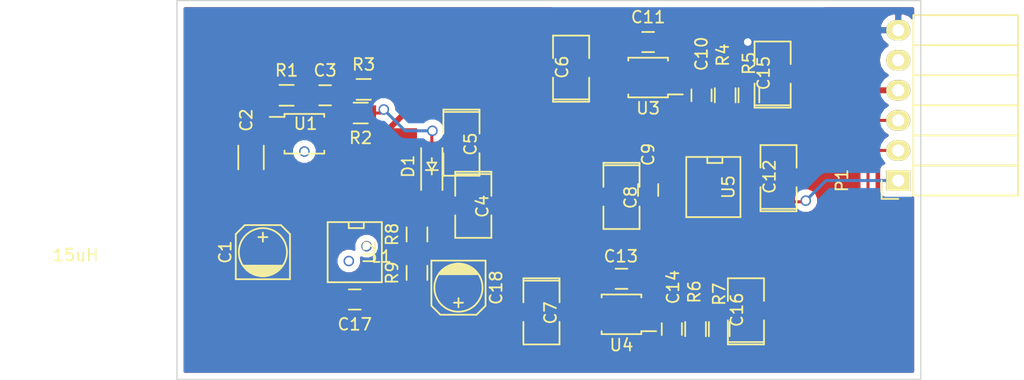
<source format=kicad_pcb>
(kicad_pcb (version 4) (host pcbnew "(2014-11-17 BZR 5289)-product")

  (general
    (links 93)
    (no_connects 6)
    (area 149.699999 114.449999 212.550001 146.550001)
    (thickness 1.6)
    (drawings 5)
    (tracks 163)
    (zones 0)
    (modules 36)
    (nets 32)
  )

  (page A4)
  (layers
    (0 F.Cu signal)
    (31 B.Cu signal hide)
    (32 B.Adhes user)
    (33 F.Adhes user)
    (34 B.Paste user)
    (35 F.Paste user)
    (36 B.SilkS user)
    (37 F.SilkS user)
    (38 B.Mask user)
    (39 F.Mask user)
    (40 Dwgs.User user)
    (41 Cmts.User user)
    (42 Eco1.User user)
    (43 Eco2.User user)
    (44 Edge.Cuts user)
    (45 Margin user)
    (46 B.CrtYd user)
    (47 F.CrtYd user)
    (48 B.Fab user)
    (49 F.Fab user)
  )

  (setup
    (last_trace_width 0.254)
    (trace_clearance 0.254)
    (zone_clearance 0.508)
    (zone_45_only no)
    (trace_min 0.254)
    (segment_width 0.2)
    (edge_width 0.1)
    (via_size 0.889)
    (via_drill 0.635)
    (via_min_size 0.889)
    (via_min_drill 0.508)
    (uvia_size 0.508)
    (uvia_drill 0.127)
    (uvias_allowed no)
    (uvia_min_size 0.508)
    (uvia_min_drill 0.127)
    (pcb_text_width 0.3)
    (pcb_text_size 1.5 1.5)
    (mod_edge_width 0.15)
    (mod_text_size 1 1)
    (mod_text_width 0.15)
    (pad_size 1.5 1.5)
    (pad_drill 0.6)
    (pad_to_mask_clearance 0)
    (aux_axis_origin 0 0)
    (visible_elements FFFFFF7F)
    (pcbplotparams
      (layerselection 0x010f0_80000001)
      (usegerberextensions false)
      (excludeedgelayer true)
      (linewidth 0.100000)
      (plotframeref false)
      (viasonmask false)
      (mode 1)
      (useauxorigin false)
      (hpglpennumber 1)
      (hpglpenspeed 20)
      (hpglpendiameter 15)
      (hpglpenoverlay 2)
      (psnegative false)
      (psa4output false)
      (plotreference true)
      (plotvalue true)
      (plotinvisibletext false)
      (padsonsilk false)
      (subtractmaskfromsilk false)
      (outputformat 1)
      (mirror false)
      (drillshape 0)
      (scaleselection 1)
      (outputdirectory gerbers/))
  )

  (net 0 "")
  (net 1 "Net-(C1-Pad1)")
  (net 2 "Net-(C1-Pad2)")
  (net 3 +3.3V)
  (net 4 GND)
  (net 5 "Net-(C3-Pad1)")
  (net 6 "Net-(C4-Pad1)")
  (net 7 "Net-(C17-Pad1)")
  (net 8 +15V)
  (net 9 "Net-(C10-Pad2)")
  (net 10 "Net-(C11-Pad1)")
  (net 11 5VREF)
  (net 12 "Net-(C13-Pad1)")
  (net 13 -15V)
  (net 14 "Net-(C14-Pad2)")
  (net 15 "Net-(D1-Pad1)")
  (net 16 "Net-(P1-Pad5)")
  (net 17 "Net-(R1-Pad1)")
  (net 18 "Net-(R2-Pad2)")
  (net 19 "Net-(U1-Pad8)")
  (net 20 "Net-(U3-Pad3)")
  (net 21 "Net-(U3-Pad7)")
  (net 22 "Net-(U4-Pad3)")
  (net 23 "Net-(U4-Pad7)")
  (net 24 "Net-(U5-Pad8)")
  (net 25 "Net-(U5-Pad7)")
  (net 26 "Net-(U5-Pad5)")
  (net 27 "Net-(U5-Pad3)")
  (net 28 "Net-(U5-Pad1)")
  (net 29 "Net-(C17-Pad2)")
  (net 30 "Net-(U2-Pad7)")
  (net 31 "Net-(R8-Pad1)")

  (net_class Default "This is the default net class."
    (clearance 0.254)
    (trace_width 0.254)
    (via_dia 0.889)
    (via_drill 0.635)
    (uvia_dia 0.508)
    (uvia_drill 0.127)
    (add_net +15V)
    (add_net -15V)
    (add_net 5VREF)
    (add_net GND)
    (add_net "Net-(C1-Pad1)")
    (add_net "Net-(C1-Pad2)")
    (add_net "Net-(C10-Pad2)")
    (add_net "Net-(C11-Pad1)")
    (add_net "Net-(C13-Pad1)")
    (add_net "Net-(C14-Pad2)")
    (add_net "Net-(C17-Pad1)")
    (add_net "Net-(C17-Pad2)")
    (add_net "Net-(C3-Pad1)")
    (add_net "Net-(C4-Pad1)")
    (add_net "Net-(D1-Pad1)")
    (add_net "Net-(P1-Pad5)")
    (add_net "Net-(R1-Pad1)")
    (add_net "Net-(R2-Pad2)")
    (add_net "Net-(R8-Pad1)")
    (add_net "Net-(U1-Pad8)")
    (add_net "Net-(U2-Pad7)")
    (add_net "Net-(U3-Pad3)")
    (add_net "Net-(U3-Pad7)")
    (add_net "Net-(U4-Pad3)")
    (add_net "Net-(U4-Pad7)")
    (add_net "Net-(U5-Pad1)")
    (add_net "Net-(U5-Pad3)")
    (add_net "Net-(U5-Pad5)")
    (add_net "Net-(U5-Pad7)")
    (add_net "Net-(U5-Pad8)")
  )

  (net_class 0.5 ""
    (clearance 0.254)
    (trace_width 0.5)
    (via_dia 0.889)
    (via_drill 0.635)
    (uvia_dia 0.508)
    (uvia_drill 0.127)
    (add_net +3.3V)
  )

  (module Resistors_SMD:R_1206 (layer F.Cu) (tedit 55E0C9B3) (tstamp 55C7AEF3)
    (at 156 127.75 270)
    (descr "Resistor SMD 1206, reflow soldering, Vishay (see dcrcw.pdf)")
    (tags "resistor 1206")
    (path /55C6680E)
    (attr smd)
    (fp_text reference C2 (at -3.15 0.4 270) (layer F.SilkS)
      (effects (font (size 1 1) (thickness 0.15)))
    )
    (fp_text value 22uF (at 2.85 13.5 270) (layer F.Fab)
      (effects (font (size 1 1) (thickness 0.15)))
    )
    (fp_line (start -2.2 -1.2) (end 2.2 -1.2) (layer F.CrtYd) (width 0.05))
    (fp_line (start -2.2 1.2) (end 2.2 1.2) (layer F.CrtYd) (width 0.05))
    (fp_line (start -2.2 -1.2) (end -2.2 1.2) (layer F.CrtYd) (width 0.05))
    (fp_line (start 2.2 -1.2) (end 2.2 1.2) (layer F.CrtYd) (width 0.05))
    (fp_line (start 1 1.075) (end -1 1.075) (layer F.SilkS) (width 0.15))
    (fp_line (start -1 -1.075) (end 1 -1.075) (layer F.SilkS) (width 0.15))
    (pad 1 smd rect (at -1.45 0 270) (size 0.9 1.7) (layers F.Cu F.Paste F.Mask)
      (net 3 +3.3V))
    (pad 2 smd rect (at 1.45 0 270) (size 0.9 1.7) (layers F.Cu F.Paste F.Mask)
      (net 4 GND))
    (model Resistors_SMD.3dshapes/R_1206.wrl
      (at (xyz 0 0 0))
      (scale (xyz 1 1 1))
      (rotate (xyz 0 0 0))
    )
  )

  (module Diodes_SMD:SOD-123 (layer F.Cu) (tedit 55E0C998) (tstamp 55C7AFB9)
    (at 171.25 128.5 90)
    (descr SOD-123)
    (tags SOD-123)
    (path /55C6274A)
    (attr smd)
    (fp_text reference D1 (at 0 -2 90) (layer F.SilkS)
      (effects (font (size 1 1) (thickness 0.15)))
    )
    (fp_text value MBR0520L (at -3.9 -23.65 90) (layer F.Fab)
      (effects (font (size 1 1) (thickness 0.15)))
    )
    (fp_line (start 0.3175 0) (end 0.6985 0) (layer F.SilkS) (width 0.15))
    (fp_line (start -0.6985 0) (end -0.3175 0) (layer F.SilkS) (width 0.15))
    (fp_line (start -0.3175 0) (end 0.3175 -0.381) (layer F.SilkS) (width 0.15))
    (fp_line (start 0.3175 -0.381) (end 0.3175 0.381) (layer F.SilkS) (width 0.15))
    (fp_line (start 0.3175 0.381) (end -0.3175 0) (layer F.SilkS) (width 0.15))
    (fp_line (start -0.3175 -0.508) (end -0.3175 0.508) (layer F.SilkS) (width 0.15))
    (fp_line (start -2.25 -1.05) (end 2.25 -1.05) (layer F.CrtYd) (width 0.05))
    (fp_line (start 2.25 -1.05) (end 2.25 1.05) (layer F.CrtYd) (width 0.05))
    (fp_line (start 2.25 1.05) (end -2.25 1.05) (layer F.CrtYd) (width 0.05))
    (fp_line (start -2.25 -1.05) (end -2.25 1.05) (layer F.CrtYd) (width 0.05))
    (fp_line (start -2 0.9) (end 1.54 0.9) (layer F.SilkS) (width 0.15))
    (fp_line (start -2 -0.9) (end 1.54 -0.9) (layer F.SilkS) (width 0.15))
    (pad 1 smd rect (at -1.635 0 90) (size 0.91 1.22) (layers F.Cu F.Paste F.Mask)
      (net 15 "Net-(D1-Pad1)"))
    (pad 2 smd rect (at 1.635 0 90) (size 0.91 1.22) (layers F.Cu F.Paste F.Mask)
      (net 6 "Net-(C4-Pad1)"))
  )

  (module prw:INDUCTOR (layer F.Cu) (tedit 55E0C992) (tstamp 55C7AFBF)
    (at 167 128.5 180)
    (path /55C66F20)
    (fp_text reference L1 (at 0 -7.62 180) (layer F.SilkS)
      (effects (font (size 1 1) (thickness 0.15)))
    )
    (fp_text value 15uH (at 25.8 -7.5 180) (layer F.SilkS)
      (effects (font (size 1 1) (thickness 0.15)))
    )
    (pad 1 smd rect (at 0 2.54 180) (size 6 1.35) (layers F.Cu F.Paste F.Mask)
      (net 3 +3.3V))
    (pad 2 smd rect (at 0 -1.6 180) (size 6 1.35) (layers F.Cu F.Paste F.Mask)
      (net 15 "Net-(D1-Pad1)"))
  )

  (module Socket_Strips:Socket_Strip_Angled_1x06 (layer F.Cu) (tedit 55E0CF1B) (tstamp 55C7AFE3)
    (at 210.6 129.7 90)
    (descr "Through hole socket strip")
    (tags "socket strip")
    (path /55C68C85)
    (fp_text reference P1 (at 0 -4.75 90) (layer F.SilkS)
      (effects (font (size 1 1) (thickness 0.15)))
    )
    (fp_text value CONN_01X06 (at 0 3.6 90) (layer F.Fab)
      (effects (font (size 1 1) (thickness 0.15)))
    )
    (fp_line (start -1.75 -1.5) (end -1.75 10.6) (layer F.CrtYd) (width 0.05))
    (fp_line (start 14.45 -1.5) (end 14.45 10.6) (layer F.CrtYd) (width 0.05))
    (fp_line (start -1.75 -1.5) (end 14.45 -1.5) (layer F.CrtYd) (width 0.05))
    (fp_line (start -1.75 10.6) (end 14.45 10.6) (layer F.CrtYd) (width 0.05))
    (fp_line (start 13.97 10.1) (end 13.97 1.27) (layer F.SilkS) (width 0.15))
    (fp_line (start 11.43 10.1) (end 13.97 10.1) (layer F.SilkS) (width 0.15))
    (fp_line (start 11.43 1.27) (end 13.97 1.27) (layer F.SilkS) (width 0.15))
    (fp_line (start 8.89 1.27) (end 11.43 1.27) (layer F.SilkS) (width 0.15))
    (fp_line (start 8.89 10.1) (end 11.43 10.1) (layer F.SilkS) (width 0.15))
    (fp_line (start 11.43 10.1) (end 11.43 1.27) (layer F.SilkS) (width 0.15))
    (fp_line (start 8.89 10.1) (end 8.89 1.27) (layer F.SilkS) (width 0.15))
    (fp_line (start 6.35 10.1) (end 8.89 10.1) (layer F.SilkS) (width 0.15))
    (fp_line (start 6.35 1.27) (end 8.89 1.27) (layer F.SilkS) (width 0.15))
    (fp_line (start 3.81 1.27) (end 6.35 1.27) (layer F.SilkS) (width 0.15))
    (fp_line (start 3.81 10.1) (end 6.35 10.1) (layer F.SilkS) (width 0.15))
    (fp_line (start 6.35 10.1) (end 6.35 1.27) (layer F.SilkS) (width 0.15))
    (fp_line (start 3.81 10.1) (end 3.81 1.27) (layer F.SilkS) (width 0.15))
    (fp_line (start 1.27 10.1) (end 3.81 10.1) (layer F.SilkS) (width 0.15))
    (fp_line (start 1.27 1.27) (end 1.27 10.1) (layer F.SilkS) (width 0.15))
    (fp_line (start 1.27 1.27) (end 3.81 1.27) (layer F.SilkS) (width 0.15))
    (fp_line (start -1.27 1.27) (end 1.27 1.27) (layer F.SilkS) (width 0.15))
    (fp_line (start 0 -1.4) (end -1.55 -1.4) (layer F.SilkS) (width 0.15))
    (fp_line (start -1.55 -1.4) (end -1.55 0) (layer F.SilkS) (width 0.15))
    (fp_line (start -1.27 1.27) (end -1.27 10.1) (layer F.SilkS) (width 0.15))
    (fp_line (start -1.27 10.1) (end 1.27 10.1) (layer F.SilkS) (width 0.15))
    (fp_line (start 1.27 10.1) (end 1.27 1.27) (layer F.SilkS) (width 0.15))
    (pad 1 thru_hole rect (at 0 0 90) (size 1.7272 2.032) (drill 1.016) (layers *.Cu *.Mask F.SilkS)
      (net 11 5VREF))
    (pad 2 thru_hole oval (at 2.54 0 90) (size 1.7272 2.032) (drill 1.016) (layers *.Cu *.Mask F.SilkS)
      (net 13 -15V))
    (pad 3 thru_hole oval (at 5.08 0 90) (size 1.7272 2.032) (drill 1.016) (layers *.Cu *.Mask F.SilkS)
      (net 8 +15V))
    (pad 4 thru_hole oval (at 7.62 0 90) (size 1.7272 2.032) (drill 1.016) (layers *.Cu *.Mask F.SilkS)
      (net 3 +3.3V))
    (pad 5 thru_hole oval (at 10.16 0 90) (size 1.7272 2.032) (drill 1.016) (layers *.Cu *.Mask F.SilkS)
      (net 16 "Net-(P1-Pad5)"))
    (pad 6 thru_hole oval (at 12.7 0 90) (size 1.7272 2.032) (drill 1.016) (layers *.Cu *.Mask F.SilkS)
      (net 4 GND))
    (model Socket_Strips.3dshapes/Socket_Strip_Angled_1x06.wrl
      (at (xyz 0.25 0 0))
      (scale (xyz 1 1 1))
      (rotate (xyz 0 0 180))
    )
  )

  (module prw:25x25shield (layer F.Cu) (tedit 55C91BFB) (tstamp 55C7AFFB)
    (at 165 130.5)
    (path /55C96293)
    (fp_text reference P2 (at 0 22.86) (layer F.SilkS) hide
      (effects (font (size 1.5 1.5) (thickness 0.15)))
    )
    (fp_text value CONN_01X01 (at 0 -17.78) (layer F.SilkS) hide
      (effects (font (size 1.5 1.5) (thickness 0.15)))
    )
    (pad 1 smd rect (at -11.43 12.7) (size 3.3 1) (layers F.Cu F.Paste F.Mask)
      (net 4 GND))
    (pad 1 smd rect (at 11.43 12.7) (size 3.3 1) (layers F.Cu F.Paste F.Mask)
      (net 4 GND))
    (pad 1 smd rect (at 11.43 -12.7) (size 3.3 1) (layers F.Cu F.Paste F.Mask)
      (net 4 GND))
    (pad 1 smd rect (at -11.43 -12.7) (size 3.3 1) (layers F.Cu F.Paste F.Mask)
      (net 4 GND))
    (pad 1 smd rect (at 12.7 -11.43) (size 1 3.3) (layers F.Cu F.Paste F.Mask)
      (net 4 GND))
    (pad 1 smd rect (at 12.7 11.43) (size 1 3.3) (layers F.Cu F.Paste F.Mask)
      (net 4 GND))
    (pad 1 smd rect (at -12.7 11.43) (size 1 3.3) (layers F.Cu F.Paste F.Mask)
      (net 4 GND))
    (pad 1 smd rect (at -12.7 -11.43) (size 1 3.3) (layers F.Cu F.Paste F.Mask)
      (net 4 GND))
    (pad 1 smd rect (at -12.7 0) (size 1 5.1) (layers F.Cu F.Paste F.Mask)
      (net 4 GND))
    (pad 1 smd rect (at 12.7 0) (size 1 5.1) (layers F.Cu F.Paste F.Mask)
      (net 4 GND))
    (pad 1 smd rect (at 0 -12.7) (size 5.1 1) (layers F.Cu F.Paste F.Mask)
      (net 4 GND))
    (pad 1 smd rect (at 0 12.7) (size 5.1 1) (layers F.Cu F.Paste F.Mask)
      (net 4 GND))
    (pad 1 smd rect (at 12.7 -11.43) (size 1 2.6) (layers F.Cu F.Paste F.Mask)
      (net 4 GND))
    (pad 1 smd rect (at 12.7 11.43) (size 1 2.6) (layers F.Cu F.Paste F.Mask)
      (net 4 GND))
    (pad 1 smd rect (at -12.7 6.35) (size 1 2.6) (layers F.Cu F.Paste F.Mask)
      (net 4 GND))
    (pad 1 smd rect (at -12.7 -6.35) (size 1 2.6) (layers F.Cu F.Paste F.Mask)
      (net 4 GND))
    (pad 1 smd rect (at -6.35 12.7) (size 2.6 1) (layers F.Cu F.Paste F.Mask)
      (net 4 GND))
    (pad 1 smd rect (at -6.35 -12.7) (size 2.6 1) (layers F.Cu F.Paste F.Mask)
      (net 4 GND))
    (pad 1 smd rect (at 6.35 -12.7) (size 2.6 1) (layers F.Cu F.Paste F.Mask)
      (net 4 GND))
    (pad 1 smd rect (at 6.35 12.7) (size 2.6 1) (layers F.Cu F.Paste F.Mask)
      (net 4 GND))
  )

  (module Resistors_SMD:R_0805 (layer F.Cu) (tedit 55E0C982) (tstamp 55C7B007)
    (at 159 122.5)
    (descr "Resistor SMD 0805, reflow soldering, Vishay (see dcrcw.pdf)")
    (tags "resistor 0805")
    (path /55C65DC5)
    (attr smd)
    (fp_text reference R1 (at 0 -2.1) (layer F.SilkS)
      (effects (font (size 1 1) (thickness 0.15)))
    )
    (fp_text value 40.2K/33k (at -16.2 0.2) (layer F.Fab)
      (effects (font (size 1 1) (thickness 0.15)))
    )
    (fp_line (start -1.6 -1) (end 1.6 -1) (layer F.CrtYd) (width 0.05))
    (fp_line (start -1.6 1) (end 1.6 1) (layer F.CrtYd) (width 0.05))
    (fp_line (start -1.6 -1) (end -1.6 1) (layer F.CrtYd) (width 0.05))
    (fp_line (start 1.6 -1) (end 1.6 1) (layer F.CrtYd) (width 0.05))
    (fp_line (start 0.6 0.875) (end -0.6 0.875) (layer F.SilkS) (width 0.15))
    (fp_line (start -0.6 -0.875) (end 0.6 -0.875) (layer F.SilkS) (width 0.15))
    (pad 1 smd rect (at -0.95 0) (size 0.7 1.3) (layers F.Cu F.Paste F.Mask)
      (net 17 "Net-(R1-Pad1)"))
    (pad 2 smd rect (at 0.95 0) (size 0.7 1.3) (layers F.Cu F.Paste F.Mask)
      (net 5 "Net-(C3-Pad1)"))
    (model Resistors_SMD.3dshapes/R_0805.wrl
      (at (xyz 0 0 0))
      (scale (xyz 1 1 1))
      (rotate (xyz 0 0 0))
    )
  )

  (module Resistors_SMD:R_0805 (layer F.Cu) (tedit 55E0C98C) (tstamp 55C7BE79)
    (at 165.25 124 180)
    (descr "Resistor SMD 0805, reflow soldering, Vishay (see dcrcw.pdf)")
    (tags "resistor 0805")
    (path /55C67A7F)
    (attr smd)
    (fp_text reference R2 (at 0 -2.1 180) (layer F.SilkS)
      (effects (font (size 1 1) (thickness 0.15)))
    )
    (fp_text value 320K/330K (at 18.85 -0.3 180) (layer F.Fab)
      (effects (font (size 1 1) (thickness 0.15)))
    )
    (fp_line (start -1.6 -1) (end 1.6 -1) (layer F.CrtYd) (width 0.05))
    (fp_line (start -1.6 1) (end 1.6 1) (layer F.CrtYd) (width 0.05))
    (fp_line (start -1.6 -1) (end -1.6 1) (layer F.CrtYd) (width 0.05))
    (fp_line (start 1.6 -1) (end 1.6 1) (layer F.CrtYd) (width 0.05))
    (fp_line (start 0.6 0.875) (end -0.6 0.875) (layer F.SilkS) (width 0.15))
    (fp_line (start -0.6 -0.875) (end 0.6 -0.875) (layer F.SilkS) (width 0.15))
    (pad 1 smd rect (at -0.95 0 180) (size 0.7 1.3) (layers F.Cu F.Paste F.Mask)
      (net 6 "Net-(C4-Pad1)"))
    (pad 2 smd rect (at 0.95 0 180) (size 0.7 1.3) (layers F.Cu F.Paste F.Mask)
      (net 18 "Net-(R2-Pad2)"))
    (model Resistors_SMD.3dshapes/R_0805.wrl
      (at (xyz 0 0 0))
      (scale (xyz 1 1 1))
      (rotate (xyz 0 0 0))
    )
  )

  (module Resistors_SMD:R_0805 (layer F.Cu) (tedit 55E0C988) (tstamp 55C7B01F)
    (at 165.5 122)
    (descr "Resistor SMD 0805, reflow soldering, Vishay (see dcrcw.pdf)")
    (tags "resistor 0805")
    (path /55C67AC0)
    (attr smd)
    (fp_text reference R3 (at 0 -2.1) (layer F.SilkS)
      (effects (font (size 1 1) (thickness 0.15)))
    )
    (fp_text value 27.4K/33K (at -18.8 6.1) (layer F.Fab)
      (effects (font (size 1 1) (thickness 0.15)))
    )
    (fp_line (start -1.6 -1) (end 1.6 -1) (layer F.CrtYd) (width 0.05))
    (fp_line (start -1.6 1) (end 1.6 1) (layer F.CrtYd) (width 0.05))
    (fp_line (start -1.6 -1) (end -1.6 1) (layer F.CrtYd) (width 0.05))
    (fp_line (start 1.6 -1) (end 1.6 1) (layer F.CrtYd) (width 0.05))
    (fp_line (start 0.6 0.875) (end -0.6 0.875) (layer F.SilkS) (width 0.15))
    (fp_line (start -0.6 -0.875) (end 0.6 -0.875) (layer F.SilkS) (width 0.15))
    (pad 1 smd rect (at -0.95 0) (size 0.7 1.3) (layers F.Cu F.Paste F.Mask)
      (net 18 "Net-(R2-Pad2)"))
    (pad 2 smd rect (at 0.95 0) (size 0.7 1.3) (layers F.Cu F.Paste F.Mask)
      (net 4 GND))
    (model Resistors_SMD.3dshapes/R_0805.wrl
      (at (xyz 0 0 0))
      (scale (xyz 1 1 1))
      (rotate (xyz 0 0 0))
    )
  )

  (module Resistors_SMD:R_0805 (layer F.Cu) (tedit 55DCC6F9) (tstamp 55C7C525)
    (at 196 122.5 90)
    (descr "Resistor SMD 0805, reflow soldering, Vishay (see dcrcw.pdf)")
    (tags "resistor 0805")
    (path /55C7892B)
    (attr smd)
    (fp_text reference R4 (at 3.4 -0.2 90) (layer F.SilkS)
      (effects (font (size 1 1) (thickness 0.15)))
    )
    (fp_text value 118 (at 0 2.1 90) (layer F.Fab)
      (effects (font (size 1 1) (thickness 0.15)))
    )
    (fp_line (start -1.6 -1) (end 1.6 -1) (layer F.CrtYd) (width 0.05))
    (fp_line (start -1.6 1) (end 1.6 1) (layer F.CrtYd) (width 0.05))
    (fp_line (start -1.6 -1) (end -1.6 1) (layer F.CrtYd) (width 0.05))
    (fp_line (start 1.6 -1) (end 1.6 1) (layer F.CrtYd) (width 0.05))
    (fp_line (start 0.6 0.875) (end -0.6 0.875) (layer F.SilkS) (width 0.15))
    (fp_line (start -0.6 -0.875) (end 0.6 -0.875) (layer F.SilkS) (width 0.15))
    (pad 1 smd rect (at -0.95 0 90) (size 0.7 1.3) (layers F.Cu F.Paste F.Mask)
      (net 8 +15V))
    (pad 2 smd rect (at 0.95 0 90) (size 0.7 1.3) (layers F.Cu F.Paste F.Mask)
      (net 9 "Net-(C10-Pad2)"))
    (model Resistors_SMD.3dshapes/R_0805.wrl
      (at (xyz 0 0 0))
      (scale (xyz 1 1 1))
      (rotate (xyz 0 0 0))
    )
  )

  (module Resistors_SMD:R_0805 (layer F.Cu) (tedit 55DCCEFF) (tstamp 55C7C54A)
    (at 198 122.5 270)
    (descr "Resistor SMD 0805, reflow soldering, Vishay (see dcrcw.pdf)")
    (tags "resistor 0805")
    (path /55C78980)
    (attr smd)
    (fp_text reference R5 (at -2.7 0 270) (layer F.SilkS)
      (effects (font (size 1 1) (thickness 0.15)))
    )
    (fp_text value 10 (at 0 2.1 270) (layer F.Fab)
      (effects (font (size 1 1) (thickness 0.15)))
    )
    (fp_line (start -1.6 -1) (end 1.6 -1) (layer F.CrtYd) (width 0.05))
    (fp_line (start -1.6 1) (end 1.6 1) (layer F.CrtYd) (width 0.05))
    (fp_line (start -1.6 -1) (end -1.6 1) (layer F.CrtYd) (width 0.05))
    (fp_line (start 1.6 -1) (end 1.6 1) (layer F.CrtYd) (width 0.05))
    (fp_line (start 0.6 0.875) (end -0.6 0.875) (layer F.SilkS) (width 0.15))
    (fp_line (start -0.6 -0.875) (end 0.6 -0.875) (layer F.SilkS) (width 0.15))
    (pad 1 smd rect (at -0.95 0 270) (size 0.7 1.3) (layers F.Cu F.Paste F.Mask)
      (net 9 "Net-(C10-Pad2)"))
    (pad 2 smd rect (at 0.95 0 270) (size 0.7 1.3) (layers F.Cu F.Paste F.Mask)
      (net 4 GND))
    (model Resistors_SMD.3dshapes/R_0805.wrl
      (at (xyz 0 0 0))
      (scale (xyz 1 1 1))
      (rotate (xyz 0 0 0))
    )
  )

  (module Resistors_SMD:R_0805 (layer F.Cu) (tedit 55DCCE05) (tstamp 55C7B043)
    (at 193.5 142.25 90)
    (descr "Resistor SMD 0805, reflow soldering, Vishay (see dcrcw.pdf)")
    (tags "resistor 0805")
    (path /55C85871)
    (attr smd)
    (fp_text reference R6 (at 3.15 -0.1 90) (layer F.SilkS)
      (effects (font (size 1 1) (thickness 0.15)))
    )
    (fp_text value 118 (at 0 2.1 90) (layer F.Fab)
      (effects (font (size 1 1) (thickness 0.15)))
    )
    (fp_line (start -1.6 -1) (end 1.6 -1) (layer F.CrtYd) (width 0.05))
    (fp_line (start -1.6 1) (end 1.6 1) (layer F.CrtYd) (width 0.05))
    (fp_line (start -1.6 -1) (end -1.6 1) (layer F.CrtYd) (width 0.05))
    (fp_line (start 1.6 -1) (end 1.6 1) (layer F.CrtYd) (width 0.05))
    (fp_line (start 0.6 0.875) (end -0.6 0.875) (layer F.SilkS) (width 0.15))
    (fp_line (start -0.6 -0.875) (end 0.6 -0.875) (layer F.SilkS) (width 0.15))
    (pad 1 smd rect (at -0.95 0 90) (size 0.7 1.3) (layers F.Cu F.Paste F.Mask)
      (net 13 -15V))
    (pad 2 smd rect (at 0.95 0 90) (size 0.7 1.3) (layers F.Cu F.Paste F.Mask)
      (net 14 "Net-(C14-Pad2)"))
    (model Resistors_SMD.3dshapes/R_0805.wrl
      (at (xyz 0 0 0))
      (scale (xyz 1 1 1))
      (rotate (xyz 0 0 0))
    )
  )

  (module Resistors_SMD:R_0805 (layer F.Cu) (tedit 55DCCE0E) (tstamp 55C7B04F)
    (at 195.5 142.25 270)
    (descr "Resistor SMD 0805, reflow soldering, Vishay (see dcrcw.pdf)")
    (tags "resistor 0805")
    (path /55C85877)
    (attr smd)
    (fp_text reference R7 (at -2.95 0 270) (layer F.SilkS)
      (effects (font (size 1 1) (thickness 0.15)))
    )
    (fp_text value 10 (at 0 2.1 270) (layer F.Fab)
      (effects (font (size 1 1) (thickness 0.15)))
    )
    (fp_line (start -1.6 -1) (end 1.6 -1) (layer F.CrtYd) (width 0.05))
    (fp_line (start -1.6 1) (end 1.6 1) (layer F.CrtYd) (width 0.05))
    (fp_line (start -1.6 -1) (end -1.6 1) (layer F.CrtYd) (width 0.05))
    (fp_line (start 1.6 -1) (end 1.6 1) (layer F.CrtYd) (width 0.05))
    (fp_line (start 0.6 0.875) (end -0.6 0.875) (layer F.SilkS) (width 0.15))
    (fp_line (start -0.6 -0.875) (end 0.6 -0.875) (layer F.SilkS) (width 0.15))
    (pad 1 smd rect (at -0.95 0 270) (size 0.7 1.3) (layers F.Cu F.Paste F.Mask)
      (net 14 "Net-(C14-Pad2)"))
    (pad 2 smd rect (at 0.95 0 270) (size 0.7 1.3) (layers F.Cu F.Paste F.Mask)
      (net 4 GND))
    (model Resistors_SMD.3dshapes/R_0805.wrl
      (at (xyz 0 0 0))
      (scale (xyz 1 1 1))
      (rotate (xyz 0 0 0))
    )
  )

  (module Resistors_SMD:R_0805 (layer F.Cu) (tedit 5415CDEB) (tstamp 55C7B05B)
    (at 170 134.25 90)
    (descr "Resistor SMD 0805, reflow soldering, Vishay (see dcrcw.pdf)")
    (tags "resistor 0805")
    (path /55C934AC)
    (attr smd)
    (fp_text reference R8 (at 0 -2.1 90) (layer F.SilkS)
      (effects (font (size 1 1) (thickness 0.15)))
    )
    (fp_text value NC (at 0 2.1 90) (layer F.Fab)
      (effects (font (size 1 1) (thickness 0.15)))
    )
    (fp_line (start -1.6 -1) (end 1.6 -1) (layer F.CrtYd) (width 0.05))
    (fp_line (start -1.6 1) (end 1.6 1) (layer F.CrtYd) (width 0.05))
    (fp_line (start -1.6 -1) (end -1.6 1) (layer F.CrtYd) (width 0.05))
    (fp_line (start 1.6 -1) (end 1.6 1) (layer F.CrtYd) (width 0.05))
    (fp_line (start 0.6 0.875) (end -0.6 0.875) (layer F.SilkS) (width 0.15))
    (fp_line (start -0.6 -0.875) (end 0.6 -0.875) (layer F.SilkS) (width 0.15))
    (pad 1 smd rect (at -0.95 0 90) (size 0.7 1.3) (layers F.Cu F.Paste F.Mask)
      (net 31 "Net-(R8-Pad1)"))
    (pad 2 smd rect (at 0.95 0 90) (size 0.7 1.3) (layers F.Cu F.Paste F.Mask)
      (net 7 "Net-(C17-Pad1)"))
    (model Resistors_SMD.3dshapes/R_0805.wrl
      (at (xyz 0 0 0))
      (scale (xyz 1 1 1))
      (rotate (xyz 0 0 0))
    )
  )

  (module Resistors_SMD:R_0805 (layer F.Cu) (tedit 5415CDEB) (tstamp 55C7B067)
    (at 170 137.5 90)
    (descr "Resistor SMD 0805, reflow soldering, Vishay (see dcrcw.pdf)")
    (tags "resistor 0805")
    (path /55C9341B)
    (attr smd)
    (fp_text reference R9 (at 0 -2.1 90) (layer F.SilkS)
      (effects (font (size 1 1) (thickness 0.15)))
    )
    (fp_text value NC (at 0 2.1 90) (layer F.Fab)
      (effects (font (size 1 1) (thickness 0.15)))
    )
    (fp_line (start -1.6 -1) (end 1.6 -1) (layer F.CrtYd) (width 0.05))
    (fp_line (start -1.6 1) (end 1.6 1) (layer F.CrtYd) (width 0.05))
    (fp_line (start -1.6 -1) (end -1.6 1) (layer F.CrtYd) (width 0.05))
    (fp_line (start 1.6 -1) (end 1.6 1) (layer F.CrtYd) (width 0.05))
    (fp_line (start 0.6 0.875) (end -0.6 0.875) (layer F.SilkS) (width 0.15))
    (fp_line (start -0.6 -0.875) (end 0.6 -0.875) (layer F.SilkS) (width 0.15))
    (pad 1 smd rect (at -0.95 0 90) (size 0.7 1.3) (layers F.Cu F.Paste F.Mask)
      (net 7 "Net-(C17-Pad1)"))
    (pad 2 smd rect (at 0.95 0 90) (size 0.7 1.3) (layers F.Cu F.Paste F.Mask)
      (net 29 "Net-(C17-Pad2)"))
    (model Resistors_SMD.3dshapes/R_0805.wrl
      (at (xyz 0 0 0))
      (scale (xyz 1 1 1))
      (rotate (xyz 0 0 0))
    )
  )

  (module Housings_SSOP:MSOP-8_3x3mm_Pitch0.65mm (layer F.Cu) (tedit 55E0C9B6) (tstamp 55C7B07E)
    (at 160.5 125.75)
    (descr "8-Lead Plastic Micro Small Outline Package (MS) [MSOP] (see Microchip Packaging Specification 00000049BS.pdf)")
    (tags "SSOP 0.65")
    (path /55C621AD)
    (attr smd)
    (fp_text reference U1 (at 0.1 -0.85) (layer F.SilkS)
      (effects (font (size 1 1) (thickness 0.15)))
    )
    (fp_text value LM3224 (at 0 2.6) (layer F.Fab)
      (effects (font (size 1 1) (thickness 0.15)))
    )
    (fp_line (start -3.2 -1.85) (end -3.2 1.85) (layer F.CrtYd) (width 0.05))
    (fp_line (start 3.2 -1.85) (end 3.2 1.85) (layer F.CrtYd) (width 0.05))
    (fp_line (start -3.2 -1.85) (end 3.2 -1.85) (layer F.CrtYd) (width 0.05))
    (fp_line (start -3.2 1.85) (end 3.2 1.85) (layer F.CrtYd) (width 0.05))
    (fp_line (start -1.675 -1.675) (end -1.675 -1.425) (layer F.SilkS) (width 0.15))
    (fp_line (start 1.675 -1.675) (end 1.675 -1.425) (layer F.SilkS) (width 0.15))
    (fp_line (start 1.675 1.675) (end 1.675 1.425) (layer F.SilkS) (width 0.15))
    (fp_line (start -1.675 1.675) (end -1.675 1.425) (layer F.SilkS) (width 0.15))
    (fp_line (start -1.675 -1.675) (end 1.675 -1.675) (layer F.SilkS) (width 0.15))
    (fp_line (start -1.675 1.675) (end 1.675 1.675) (layer F.SilkS) (width 0.15))
    (fp_line (start -1.675 -1.425) (end -2.925 -1.425) (layer F.SilkS) (width 0.15))
    (pad 1 smd rect (at -2.2 -0.975) (size 1.45 0.45) (layers F.Cu F.Paste F.Mask)
      (net 17 "Net-(R1-Pad1)"))
    (pad 2 smd rect (at -2.2 -0.325) (size 1.45 0.45) (layers F.Cu F.Paste F.Mask)
      (net 18 "Net-(R2-Pad2)"))
    (pad 3 smd rect (at -2.2 0.325) (size 1.45 0.45) (layers F.Cu F.Paste F.Mask)
      (net 3 +3.3V))
    (pad 4 smd rect (at -2.2 0.975) (size 1.45 0.45) (layers F.Cu F.Paste F.Mask)
      (net 4 GND))
    (pad 5 smd rect (at 2.2 0.975) (size 1.45 0.45) (layers F.Cu F.Paste F.Mask)
      (net 15 "Net-(D1-Pad1)"))
    (pad 6 smd rect (at 2.2 0.325) (size 1.45 0.45) (layers F.Cu F.Paste F.Mask)
      (net 3 +3.3V))
    (pad 7 smd rect (at 2.2 -0.325) (size 1.45 0.45) (layers F.Cu F.Paste F.Mask)
      (net 3 +3.3V))
    (pad 8 smd rect (at 2.2 -0.975) (size 1.45 0.45) (layers F.Cu F.Paste F.Mask)
      (net 19 "Net-(U1-Pad8)"))
    (model Housings_SSOP.3dshapes/MSOP-8_3x3mm_Pitch0.65mm.wrl
      (at (xyz 0 0 0))
      (scale (xyz 1 1 1))
      (rotate (xyz 0 0 0))
    )
  )

  (module Housings_SSOP:MSOP-8_3x3mm_Pitch0.65mm (layer F.Cu) (tedit 54130A77) (tstamp 55C7B0A8)
    (at 189.5 121 180)
    (descr "8-Lead Plastic Micro Small Outline Package (MS) [MSOP] (see Microchip Packaging Specification 00000049BS.pdf)")
    (tags "SSOP 0.65")
    (path /55C7836A)
    (attr smd)
    (fp_text reference U3 (at 0 -2.6 180) (layer F.SilkS)
      (effects (font (size 1 1) (thickness 0.15)))
    )
    (fp_text value TPS7A4901 (at 0 2.6 180) (layer F.Fab)
      (effects (font (size 1 1) (thickness 0.15)))
    )
    (fp_line (start -3.2 -1.85) (end -3.2 1.85) (layer F.CrtYd) (width 0.05))
    (fp_line (start 3.2 -1.85) (end 3.2 1.85) (layer F.CrtYd) (width 0.05))
    (fp_line (start -3.2 -1.85) (end 3.2 -1.85) (layer F.CrtYd) (width 0.05))
    (fp_line (start -3.2 1.85) (end 3.2 1.85) (layer F.CrtYd) (width 0.05))
    (fp_line (start -1.675 -1.675) (end -1.675 -1.425) (layer F.SilkS) (width 0.15))
    (fp_line (start 1.675 -1.675) (end 1.675 -1.425) (layer F.SilkS) (width 0.15))
    (fp_line (start 1.675 1.675) (end 1.675 1.425) (layer F.SilkS) (width 0.15))
    (fp_line (start -1.675 1.675) (end -1.675 1.425) (layer F.SilkS) (width 0.15))
    (fp_line (start -1.675 -1.675) (end 1.675 -1.675) (layer F.SilkS) (width 0.15))
    (fp_line (start -1.675 1.675) (end 1.675 1.675) (layer F.SilkS) (width 0.15))
    (fp_line (start -1.675 -1.425) (end -2.925 -1.425) (layer F.SilkS) (width 0.15))
    (pad 1 smd rect (at -2.2 -0.975 180) (size 1.45 0.45) (layers F.Cu F.Paste F.Mask)
      (net 8 +15V))
    (pad 2 smd rect (at -2.2 -0.325 180) (size 1.45 0.45) (layers F.Cu F.Paste F.Mask)
      (net 9 "Net-(C10-Pad2)"))
    (pad 3 smd rect (at -2.2 0.325 180) (size 1.45 0.45) (layers F.Cu F.Paste F.Mask)
      (net 20 "Net-(U3-Pad3)"))
    (pad 4 smd rect (at -2.2 0.975 180) (size 1.45 0.45) (layers F.Cu F.Paste F.Mask)
      (net 4 GND))
    (pad 5 smd rect (at 2.2 0.975 180) (size 1.45 0.45) (layers F.Cu F.Paste F.Mask)
      (net 6 "Net-(C4-Pad1)"))
    (pad 6 smd rect (at 2.2 0.325 180) (size 1.45 0.45) (layers F.Cu F.Paste F.Mask)
      (net 10 "Net-(C11-Pad1)"))
    (pad 7 smd rect (at 2.2 -0.325 180) (size 1.45 0.45) (layers F.Cu F.Paste F.Mask)
      (net 21 "Net-(U3-Pad7)"))
    (pad 8 smd rect (at 2.2 -0.975 180) (size 1.45 0.45) (layers F.Cu F.Paste F.Mask)
      (net 6 "Net-(C4-Pad1)"))
    (model Housings_SSOP.3dshapes/MSOP-8_3x3mm_Pitch0.65mm.wrl
      (at (xyz 0 0 0))
      (scale (xyz 1 1 1))
      (rotate (xyz 0 0 0))
    )
  )

  (module Housings_SSOP:MSOP-8_3x3mm_Pitch0.65mm (layer F.Cu) (tedit 54130A77) (tstamp 55C7B0BF)
    (at 187.25 141 180)
    (descr "8-Lead Plastic Micro Small Outline Package (MS) [MSOP] (see Microchip Packaging Specification 00000049BS.pdf)")
    (tags "SSOP 0.65")
    (path /55C8387E)
    (attr smd)
    (fp_text reference U4 (at 0 -2.6 180) (layer F.SilkS)
      (effects (font (size 1 1) (thickness 0.15)))
    )
    (fp_text value TPS7A3001 (at 0 2.6 180) (layer F.Fab)
      (effects (font (size 1 1) (thickness 0.15)))
    )
    (fp_line (start -3.2 -1.85) (end -3.2 1.85) (layer F.CrtYd) (width 0.05))
    (fp_line (start 3.2 -1.85) (end 3.2 1.85) (layer F.CrtYd) (width 0.05))
    (fp_line (start -3.2 -1.85) (end 3.2 -1.85) (layer F.CrtYd) (width 0.05))
    (fp_line (start -3.2 1.85) (end 3.2 1.85) (layer F.CrtYd) (width 0.05))
    (fp_line (start -1.675 -1.675) (end -1.675 -1.425) (layer F.SilkS) (width 0.15))
    (fp_line (start 1.675 -1.675) (end 1.675 -1.425) (layer F.SilkS) (width 0.15))
    (fp_line (start 1.675 1.675) (end 1.675 1.425) (layer F.SilkS) (width 0.15))
    (fp_line (start -1.675 1.675) (end -1.675 1.425) (layer F.SilkS) (width 0.15))
    (fp_line (start -1.675 -1.675) (end 1.675 -1.675) (layer F.SilkS) (width 0.15))
    (fp_line (start -1.675 1.675) (end 1.675 1.675) (layer F.SilkS) (width 0.15))
    (fp_line (start -1.675 -1.425) (end -2.925 -1.425) (layer F.SilkS) (width 0.15))
    (pad 1 smd rect (at -2.2 -0.975 180) (size 1.45 0.45) (layers F.Cu F.Paste F.Mask)
      (net 13 -15V))
    (pad 2 smd rect (at -2.2 -0.325 180) (size 1.45 0.45) (layers F.Cu F.Paste F.Mask)
      (net 14 "Net-(C14-Pad2)"))
    (pad 3 smd rect (at -2.2 0.325 180) (size 1.45 0.45) (layers F.Cu F.Paste F.Mask)
      (net 22 "Net-(U4-Pad3)"))
    (pad 4 smd rect (at -2.2 0.975 180) (size 1.45 0.45) (layers F.Cu F.Paste F.Mask)
      (net 4 GND))
    (pad 5 smd rect (at 2.2 0.975 180) (size 1.45 0.45) (layers F.Cu F.Paste F.Mask)
      (net 29 "Net-(C17-Pad2)"))
    (pad 6 smd rect (at 2.2 0.325 180) (size 1.45 0.45) (layers F.Cu F.Paste F.Mask)
      (net 12 "Net-(C13-Pad1)"))
    (pad 7 smd rect (at 2.2 -0.325 180) (size 1.45 0.45) (layers F.Cu F.Paste F.Mask)
      (net 23 "Net-(U4-Pad7)"))
    (pad 8 smd rect (at 2.2 -0.975 180) (size 1.45 0.45) (layers F.Cu F.Paste F.Mask)
      (net 29 "Net-(C17-Pad2)"))
    (model Housings_SSOP.3dshapes/MSOP-8_3x3mm_Pitch0.65mm.wrl
      (at (xyz 0 0 0))
      (scale (xyz 1 1 1))
      (rotate (xyz 0 0 0))
    )
  )

  (module SMD_Packages:SOIC-8-N (layer F.Cu) (tedit 55C7AD7C) (tstamp 55C7B0D2)
    (at 195 130.25 270)
    (descr "Module Narrow CMS SOJ 8 pins large")
    (tags "CMS SOJ")
    (path /55C63182)
    (attr smd)
    (fp_text reference U5 (at 0 -1.27 270) (layer F.SilkS)
      (effects (font (size 1 1) (thickness 0.15)))
    )
    (fp_text value ADR445 (at 0 1.27 270) (layer F.Fab)
      (effects (font (size 1 1) (thickness 0.15)))
    )
    (fp_line (start -2.54 -2.286) (end 2.54 -2.286) (layer F.SilkS) (width 0.15))
    (fp_line (start 2.54 -2.286) (end 2.54 2.286) (layer F.SilkS) (width 0.15))
    (fp_line (start 2.54 2.286) (end -2.54 2.286) (layer F.SilkS) (width 0.15))
    (fp_line (start -2.54 2.286) (end -2.54 -2.286) (layer F.SilkS) (width 0.15))
    (fp_line (start -2.54 -0.762) (end -2.032 -0.762) (layer F.SilkS) (width 0.15))
    (fp_line (start -2.032 -0.762) (end -2.032 0.508) (layer F.SilkS) (width 0.15))
    (fp_line (start -2.032 0.508) (end -2.54 0.508) (layer F.SilkS) (width 0.15))
    (pad 8 smd rect (at -1.905 -3.175 270) (size 0.508 1.143) (layers F.Cu F.Paste F.Mask)
      (net 24 "Net-(U5-Pad8)"))
    (pad 7 smd rect (at -0.635 -3.175 270) (size 0.508 1.143) (layers F.Cu F.Paste F.Mask)
      (net 25 "Net-(U5-Pad7)"))
    (pad 6 smd rect (at 0.635 -3.175 270) (size 0.508 1.143) (layers F.Cu F.Paste F.Mask)
      (net 11 5VREF))
    (pad 5 smd rect (at 1.905 -3.175 270) (size 0.508 1.143) (layers F.Cu F.Paste F.Mask)
      (net 26 "Net-(U5-Pad5)"))
    (pad 4 smd rect (at 1.905 3.175 270) (size 0.508 1.143) (layers F.Cu F.Paste F.Mask)
      (net 4 GND))
    (pad 3 smd rect (at 0.635 3.175 270) (size 0.508 1.143) (layers F.Cu F.Paste F.Mask)
      (net 27 "Net-(U5-Pad3)"))
    (pad 2 smd rect (at -0.635 3.175 270) (size 0.508 1.143) (layers F.Cu F.Paste F.Mask)
      (net 8 +15V))
    (pad 1 smd rect (at -1.905 3.175 270) (size 0.508 1.143) (layers F.Cu F.Paste F.Mask)
      (net 28 "Net-(U5-Pad1)"))
    (model SMD_Packages.3dshapes/SOIC-8-N.wrl
      (at (xyz 0 0 0))
      (scale (xyz 0.5 0.38 0.5))
      (rotate (xyz 0 0 0))
    )
  )

  (module Capacitors_SMD:c_elec_4x4.5 (layer F.Cu) (tedit 55725C01) (tstamp 55C918C4)
    (at 157 135.75 90)
    (descr "SMT capacitor, aluminium electrolytic, 4x4.5")
    (path /55C727F6)
    (attr smd)
    (fp_text reference C1 (at 0 -3.175 90) (layer F.SilkS)
      (effects (font (size 1 1) (thickness 0.15)))
    )
    (fp_text value 100uF/10uF (at 0 3.175 90) (layer F.Fab)
      (effects (font (size 1 1) (thickness 0.15)))
    )
    (fp_line (start -3.35 2.65) (end 3.35 2.65) (layer F.CrtYd) (width 0.05))
    (fp_line (start 3.35 -2.65) (end -3.35 -2.65) (layer F.CrtYd) (width 0.05))
    (fp_line (start -3.35 -2.65) (end -3.35 2.65) (layer F.CrtYd) (width 0.05))
    (fp_line (start 3.35 2.65) (end 3.35 -2.65) (layer F.CrtYd) (width 0.05))
    (fp_line (start 1.651 0) (end 0.889 0) (layer F.SilkS) (width 0.15))
    (fp_line (start 1.27 -0.381) (end 1.27 0.381) (layer F.SilkS) (width 0.15))
    (fp_line (start 1.524 2.286) (end -2.286 2.286) (layer F.SilkS) (width 0.15))
    (fp_line (start 2.286 -1.524) (end 2.286 1.524) (layer F.SilkS) (width 0.15))
    (fp_line (start 1.524 2.286) (end 2.286 1.524) (layer F.SilkS) (width 0.15))
    (fp_line (start 1.524 -2.286) (end -2.286 -2.286) (layer F.SilkS) (width 0.15))
    (fp_line (start 1.524 -2.286) (end 2.286 -1.524) (layer F.SilkS) (width 0.15))
    (fp_line (start -2.032 0.127) (end -2.032 -0.127) (layer F.SilkS) (width 0.15))
    (fp_line (start -1.905 -0.635) (end -1.905 0.635) (layer F.SilkS) (width 0.15))
    (fp_line (start -1.778 0.889) (end -1.778 -0.889) (layer F.SilkS) (width 0.15))
    (fp_line (start -1.651 1.143) (end -1.651 -1.143) (layer F.SilkS) (width 0.15))
    (fp_line (start -1.524 -1.27) (end -1.524 1.27) (layer F.SilkS) (width 0.15))
    (fp_line (start -1.397 1.397) (end -1.397 -1.397) (layer F.SilkS) (width 0.15))
    (fp_line (start -1.27 -1.524) (end -1.27 1.524) (layer F.SilkS) (width 0.15))
    (fp_line (start -1.143 -1.651) (end -1.143 1.651) (layer F.SilkS) (width 0.15))
    (fp_line (start -2.286 -2.286) (end -2.286 2.286) (layer F.SilkS) (width 0.15))
    (fp_circle (center 0 0) (end -2.032 0) (layer F.SilkS) (width 0.15))
    (pad 1 smd rect (at 1.80086 0 90) (size 2.60096 1.6002) (layers F.Cu F.Paste F.Mask)
      (net 1 "Net-(C1-Pad1)"))
    (pad 2 smd rect (at -1.80086 0 90) (size 2.60096 1.6002) (layers F.Cu F.Paste F.Mask)
      (net 2 "Net-(C1-Pad2)"))
    (model Capacitors_SMD.3dshapes/c_elec_4x4.5.wrl
      (at (xyz 0 0 0))
      (scale (xyz 1 1 1))
      (rotate (xyz 0 0 0))
    )
  )

  (module SMD_Packages:SOIC-8-N (layer F.Cu) (tedit 55C91803) (tstamp 55C918D6)
    (at 164.75 135.75 270)
    (descr "Module Narrow CMS SOJ 8 pins large")
    (tags "CMS SOJ")
    (path /55C9148C)
    (attr smd)
    (fp_text reference U2 (at 0 -1.27 270) (layer F.SilkS)
      (effects (font (size 1 1) (thickness 0.15)))
    )
    (fp_text value LT1054 (at 0 1.27 270) (layer F.Fab)
      (effects (font (size 1 1) (thickness 0.15)))
    )
    (fp_line (start -2.54 -2.286) (end 2.54 -2.286) (layer F.SilkS) (width 0.15))
    (fp_line (start 2.54 -2.286) (end 2.54 2.286) (layer F.SilkS) (width 0.15))
    (fp_line (start 2.54 2.286) (end -2.54 2.286) (layer F.SilkS) (width 0.15))
    (fp_line (start -2.54 2.286) (end -2.54 -2.286) (layer F.SilkS) (width 0.15))
    (fp_line (start -2.54 -0.762) (end -2.032 -0.762) (layer F.SilkS) (width 0.15))
    (fp_line (start -2.032 -0.762) (end -2.032 0.508) (layer F.SilkS) (width 0.15))
    (fp_line (start -2.032 0.508) (end -2.54 0.508) (layer F.SilkS) (width 0.15))
    (pad 8 smd rect (at -1.905 -3.175 270) (size 0.508 1.143) (layers F.Cu F.Paste F.Mask)
      (net 6 "Net-(C4-Pad1)"))
    (pad 7 smd rect (at -0.635 -3.175 270) (size 0.508 1.143) (layers F.Cu F.Paste F.Mask)
      (net 30 "Net-(U2-Pad7)"))
    (pad 6 smd rect (at 0.635 -3.175 270) (size 0.508 1.143) (layers F.Cu F.Paste F.Mask)
      (net 31 "Net-(R8-Pad1)"))
    (pad 5 smd rect (at 1.905 -3.175 270) (size 0.508 1.143) (layers F.Cu F.Paste F.Mask)
      (net 29 "Net-(C17-Pad2)"))
    (pad 4 smd rect (at 1.905 3.175 270) (size 0.508 1.143) (layers F.Cu F.Paste F.Mask)
      (net 2 "Net-(C1-Pad2)"))
    (pad 3 smd rect (at 0.635 3.175 270) (size 0.508 1.143) (layers F.Cu F.Paste F.Mask)
      (net 4 GND))
    (pad 2 smd rect (at -0.635 3.175 270) (size 0.508 1.143) (layers F.Cu F.Paste F.Mask)
      (net 1 "Net-(C1-Pad1)"))
    (pad 1 smd rect (at -1.905 3.175 270) (size 0.508 1.143) (layers F.Cu F.Paste F.Mask)
      (net 7 "Net-(C17-Pad1)"))
    (model SMD_Packages.3dshapes/SOIC-8-N.wrl
      (at (xyz 0 0 0))
      (scale (xyz 0.5 0.38 0.5))
      (rotate (xyz 0 0 0))
    )
  )

  (module Capacitors_SMD:C_0805 (layer F.Cu) (tedit 55E0C985) (tstamp 55C91A1C)
    (at 162.25 122.5)
    (descr "Capacitor SMD 0805, reflow soldering, AVX (see smccp.pdf)")
    (tags "capacitor 0805")
    (path /55C65E68)
    (attr smd)
    (fp_text reference C3 (at 0 -2.1) (layer F.SilkS)
      (effects (font (size 1 1) (thickness 0.15)))
    )
    (fp_text value 1.5nF/1nF (at -23.35 4) (layer F.Fab)
      (effects (font (size 1 1) (thickness 0.15)))
    )
    (fp_line (start -1.8 -1) (end 1.8 -1) (layer F.CrtYd) (width 0.05))
    (fp_line (start -1.8 1) (end 1.8 1) (layer F.CrtYd) (width 0.05))
    (fp_line (start -1.8 -1) (end -1.8 1) (layer F.CrtYd) (width 0.05))
    (fp_line (start 1.8 -1) (end 1.8 1) (layer F.CrtYd) (width 0.05))
    (fp_line (start 0.5 -0.85) (end -0.5 -0.85) (layer F.SilkS) (width 0.15))
    (fp_line (start -0.5 0.85) (end 0.5 0.85) (layer F.SilkS) (width 0.15))
    (pad 1 smd rect (at -1 0) (size 1 1.25) (layers F.Cu F.Paste F.Mask)
      (net 5 "Net-(C3-Pad1)"))
    (pad 2 smd rect (at 1 0) (size 1 1.25) (layers F.Cu F.Paste F.Mask)
      (net 4 GND))
    (model Capacitors_SMD.3dshapes/C_0805.wrl
      (at (xyz 0 0 0))
      (scale (xyz 1 1 1))
      (rotate (xyz 0 0 0))
    )
  )

  (module Capacitors_SMD:C_0805 (layer F.Cu) (tedit 55DCD2B7) (tstamp 55C91A3A)
    (at 189.5 130.5 270)
    (descr "Capacitor SMD 0805, reflow soldering, AVX (see smccp.pdf)")
    (tags "capacitor 0805")
    (path /55C6B9EE)
    (attr smd)
    (fp_text reference C9 (at -3 0 270) (layer F.SilkS)
      (effects (font (size 1 1) (thickness 0.15)))
    )
    (fp_text value 0.1uF (at 4.1 -0.1 270) (layer F.Fab)
      (effects (font (size 1 1) (thickness 0.15)))
    )
    (fp_line (start -1.8 -1) (end 1.8 -1) (layer F.CrtYd) (width 0.05))
    (fp_line (start -1.8 1) (end 1.8 1) (layer F.CrtYd) (width 0.05))
    (fp_line (start -1.8 -1) (end -1.8 1) (layer F.CrtYd) (width 0.05))
    (fp_line (start 1.8 -1) (end 1.8 1) (layer F.CrtYd) (width 0.05))
    (fp_line (start 0.5 -0.85) (end -0.5 -0.85) (layer F.SilkS) (width 0.15))
    (fp_line (start -0.5 0.85) (end 0.5 0.85) (layer F.SilkS) (width 0.15))
    (pad 1 smd rect (at -1 0 270) (size 1 1.25) (layers F.Cu F.Paste F.Mask)
      (net 8 +15V))
    (pad 2 smd rect (at 1 0 270) (size 1 1.25) (layers F.Cu F.Paste F.Mask)
      (net 4 GND))
    (model Capacitors_SMD.3dshapes/C_0805.wrl
      (at (xyz 0 0 0))
      (scale (xyz 1 1 1))
      (rotate (xyz 0 0 0))
    )
  )

  (module Capacitors_SMD:C_0805 (layer F.Cu) (tedit 55DCCF0E) (tstamp 55C91A3F)
    (at 194 122.5 90)
    (descr "Capacitor SMD 0805, reflow soldering, AVX (see smccp.pdf)")
    (tags "capacitor 0805")
    (path /55C64AEF)
    (attr smd)
    (fp_text reference C10 (at 3.5 0 90) (layer F.SilkS)
      (effects (font (size 1 1) (thickness 0.15)))
    )
    (fp_text value 10nF (at 0 0.1 90) (layer F.Fab)
      (effects (font (size 1 1) (thickness 0.15)))
    )
    (fp_line (start -1.8 -1) (end 1.8 -1) (layer F.CrtYd) (width 0.05))
    (fp_line (start -1.8 1) (end 1.8 1) (layer F.CrtYd) (width 0.05))
    (fp_line (start -1.8 -1) (end -1.8 1) (layer F.CrtYd) (width 0.05))
    (fp_line (start 1.8 -1) (end 1.8 1) (layer F.CrtYd) (width 0.05))
    (fp_line (start 0.5 -0.85) (end -0.5 -0.85) (layer F.SilkS) (width 0.15))
    (fp_line (start -0.5 0.85) (end 0.5 0.85) (layer F.SilkS) (width 0.15))
    (pad 1 smd rect (at -1 0 90) (size 1 1.25) (layers F.Cu F.Paste F.Mask)
      (net 8 +15V))
    (pad 2 smd rect (at 1 0 90) (size 1 1.25) (layers F.Cu F.Paste F.Mask)
      (net 9 "Net-(C10-Pad2)"))
    (model Capacitors_SMD.3dshapes/C_0805.wrl
      (at (xyz 0 0 0))
      (scale (xyz 1 1 1))
      (rotate (xyz 0 0 0))
    )
  )

  (module Capacitors_SMD:C_0805 (layer F.Cu) (tedit 5415D6EA) (tstamp 55C91A44)
    (at 189.5 118)
    (descr "Capacitor SMD 0805, reflow soldering, AVX (see smccp.pdf)")
    (tags "capacitor 0805")
    (path /55C791D7)
    (attr smd)
    (fp_text reference C11 (at 0 -2.1) (layer F.SilkS)
      (effects (font (size 1 1) (thickness 0.15)))
    )
    (fp_text value 10nF (at 0 2.1) (layer F.Fab)
      (effects (font (size 1 1) (thickness 0.15)))
    )
    (fp_line (start -1.8 -1) (end 1.8 -1) (layer F.CrtYd) (width 0.05))
    (fp_line (start -1.8 1) (end 1.8 1) (layer F.CrtYd) (width 0.05))
    (fp_line (start -1.8 -1) (end -1.8 1) (layer F.CrtYd) (width 0.05))
    (fp_line (start 1.8 -1) (end 1.8 1) (layer F.CrtYd) (width 0.05))
    (fp_line (start 0.5 -0.85) (end -0.5 -0.85) (layer F.SilkS) (width 0.15))
    (fp_line (start -0.5 0.85) (end 0.5 0.85) (layer F.SilkS) (width 0.15))
    (pad 1 smd rect (at -1 0) (size 1 1.25) (layers F.Cu F.Paste F.Mask)
      (net 10 "Net-(C11-Pad1)"))
    (pad 2 smd rect (at 1 0) (size 1 1.25) (layers F.Cu F.Paste F.Mask)
      (net 4 GND))
    (model Capacitors_SMD.3dshapes/C_0805.wrl
      (at (xyz 0 0 0))
      (scale (xyz 1 1 1))
      (rotate (xyz 0 0 0))
    )
  )

  (module Capacitors_SMD:C_0805 (layer F.Cu) (tedit 55DCD2B8) (tstamp 55C91A4E)
    (at 187.25 138)
    (descr "Capacitor SMD 0805, reflow soldering, AVX (see smccp.pdf)")
    (tags "capacitor 0805")
    (path /55C8588C)
    (attr smd)
    (fp_text reference C13 (at -0.05 -1.9) (layer F.SilkS)
      (effects (font (size 1 1) (thickness 0.15)))
    )
    (fp_text value 10nF (at 0 2.1) (layer F.Fab)
      (effects (font (size 1 1) (thickness 0.15)))
    )
    (fp_line (start -1.8 -1) (end 1.8 -1) (layer F.CrtYd) (width 0.05))
    (fp_line (start -1.8 1) (end 1.8 1) (layer F.CrtYd) (width 0.05))
    (fp_line (start -1.8 -1) (end -1.8 1) (layer F.CrtYd) (width 0.05))
    (fp_line (start 1.8 -1) (end 1.8 1) (layer F.CrtYd) (width 0.05))
    (fp_line (start 0.5 -0.85) (end -0.5 -0.85) (layer F.SilkS) (width 0.15))
    (fp_line (start -0.5 0.85) (end 0.5 0.85) (layer F.SilkS) (width 0.15))
    (pad 1 smd rect (at -1 0) (size 1 1.25) (layers F.Cu F.Paste F.Mask)
      (net 12 "Net-(C13-Pad1)"))
    (pad 2 smd rect (at 1 0) (size 1 1.25) (layers F.Cu F.Paste F.Mask)
      (net 4 GND))
    (model Capacitors_SMD.3dshapes/C_0805.wrl
      (at (xyz 0 0 0))
      (scale (xyz 1 1 1))
      (rotate (xyz 0 0 0))
    )
  )

  (module Capacitors_SMD:C_0805 (layer F.Cu) (tedit 55DCCE20) (tstamp 55C91A53)
    (at 191.5 142.25 90)
    (descr "Capacitor SMD 0805, reflow soldering, AVX (see smccp.pdf)")
    (tags "capacitor 0805")
    (path /55C85857)
    (attr smd)
    (fp_text reference C14 (at 3.55 0.1 90) (layer F.SilkS)
      (effects (font (size 1 1) (thickness 0.15)))
    )
    (fp_text value 10nF (at 0 2.1 90) (layer F.Fab)
      (effects (font (size 1 1) (thickness 0.15)))
    )
    (fp_line (start -1.8 -1) (end 1.8 -1) (layer F.CrtYd) (width 0.05))
    (fp_line (start -1.8 1) (end 1.8 1) (layer F.CrtYd) (width 0.05))
    (fp_line (start -1.8 -1) (end -1.8 1) (layer F.CrtYd) (width 0.05))
    (fp_line (start 1.8 -1) (end 1.8 1) (layer F.CrtYd) (width 0.05))
    (fp_line (start 0.5 -0.85) (end -0.5 -0.85) (layer F.SilkS) (width 0.15))
    (fp_line (start -0.5 0.85) (end 0.5 0.85) (layer F.SilkS) (width 0.15))
    (pad 1 smd rect (at -1 0 90) (size 1 1.25) (layers F.Cu F.Paste F.Mask)
      (net 13 -15V))
    (pad 2 smd rect (at 1 0 90) (size 1 1.25) (layers F.Cu F.Paste F.Mask)
      (net 14 "Net-(C14-Pad2)"))
    (model Capacitors_SMD.3dshapes/C_0805.wrl
      (at (xyz 0 0 0))
      (scale (xyz 1 1 1))
      (rotate (xyz 0 0 0))
    )
  )

  (module Capacitors_SMD:C_0805 (layer F.Cu) (tedit 5415D6EA) (tstamp 55C91A62)
    (at 164.75 139.75 180)
    (descr "Capacitor SMD 0805, reflow soldering, AVX (see smccp.pdf)")
    (tags "capacitor 0805")
    (path /55C93F8A)
    (attr smd)
    (fp_text reference C17 (at 0 -2.1 180) (layer F.SilkS)
      (effects (font (size 1 1) (thickness 0.15)))
    )
    (fp_text value NC (at 0 2.1 180) (layer F.Fab)
      (effects (font (size 1 1) (thickness 0.15)))
    )
    (fp_line (start -1.8 -1) (end 1.8 -1) (layer F.CrtYd) (width 0.05))
    (fp_line (start -1.8 1) (end 1.8 1) (layer F.CrtYd) (width 0.05))
    (fp_line (start -1.8 -1) (end -1.8 1) (layer F.CrtYd) (width 0.05))
    (fp_line (start 1.8 -1) (end 1.8 1) (layer F.CrtYd) (width 0.05))
    (fp_line (start 0.5 -0.85) (end -0.5 -0.85) (layer F.SilkS) (width 0.15))
    (fp_line (start -0.5 0.85) (end 0.5 0.85) (layer F.SilkS) (width 0.15))
    (pad 1 smd rect (at -1 0 180) (size 1 1.25) (layers F.Cu F.Paste F.Mask)
      (net 7 "Net-(C17-Pad1)"))
    (pad 2 smd rect (at 1 0 180) (size 1 1.25) (layers F.Cu F.Paste F.Mask)
      (net 29 "Net-(C17-Pad2)"))
    (model Capacitors_SMD.3dshapes/C_0805.wrl
      (at (xyz 0 0 0))
      (scale (xyz 1 1 1))
      (rotate (xyz 0 0 0))
    )
  )

  (module Capacitors_SMD:c_elec_4x4.5 (layer F.Cu) (tedit 55725C01) (tstamp 55C91AB7)
    (at 173.5 138.75 270)
    (descr "SMT capacitor, aluminium electrolytic, 4x4.5")
    (path /55C91E89)
    (attr smd)
    (fp_text reference C18 (at 0 -3.175 270) (layer F.SilkS)
      (effects (font (size 1 1) (thickness 0.15)))
    )
    (fp_text value 100uF/10uF (at 0 3.175 270) (layer F.Fab)
      (effects (font (size 1 1) (thickness 0.15)))
    )
    (fp_line (start -3.35 2.65) (end 3.35 2.65) (layer F.CrtYd) (width 0.05))
    (fp_line (start 3.35 -2.65) (end -3.35 -2.65) (layer F.CrtYd) (width 0.05))
    (fp_line (start -3.35 -2.65) (end -3.35 2.65) (layer F.CrtYd) (width 0.05))
    (fp_line (start 3.35 2.65) (end 3.35 -2.65) (layer F.CrtYd) (width 0.05))
    (fp_line (start 1.651 0) (end 0.889 0) (layer F.SilkS) (width 0.15))
    (fp_line (start 1.27 -0.381) (end 1.27 0.381) (layer F.SilkS) (width 0.15))
    (fp_line (start 1.524 2.286) (end -2.286 2.286) (layer F.SilkS) (width 0.15))
    (fp_line (start 2.286 -1.524) (end 2.286 1.524) (layer F.SilkS) (width 0.15))
    (fp_line (start 1.524 2.286) (end 2.286 1.524) (layer F.SilkS) (width 0.15))
    (fp_line (start 1.524 -2.286) (end -2.286 -2.286) (layer F.SilkS) (width 0.15))
    (fp_line (start 1.524 -2.286) (end 2.286 -1.524) (layer F.SilkS) (width 0.15))
    (fp_line (start -2.032 0.127) (end -2.032 -0.127) (layer F.SilkS) (width 0.15))
    (fp_line (start -1.905 -0.635) (end -1.905 0.635) (layer F.SilkS) (width 0.15))
    (fp_line (start -1.778 0.889) (end -1.778 -0.889) (layer F.SilkS) (width 0.15))
    (fp_line (start -1.651 1.143) (end -1.651 -1.143) (layer F.SilkS) (width 0.15))
    (fp_line (start -1.524 -1.27) (end -1.524 1.27) (layer F.SilkS) (width 0.15))
    (fp_line (start -1.397 1.397) (end -1.397 -1.397) (layer F.SilkS) (width 0.15))
    (fp_line (start -1.27 -1.524) (end -1.27 1.524) (layer F.SilkS) (width 0.15))
    (fp_line (start -1.143 -1.651) (end -1.143 1.651) (layer F.SilkS) (width 0.15))
    (fp_line (start -2.286 -2.286) (end -2.286 2.286) (layer F.SilkS) (width 0.15))
    (fp_circle (center 0 0) (end -2.032 0) (layer F.SilkS) (width 0.15))
    (pad 1 smd rect (at 1.80086 0 270) (size 2.60096 1.6002) (layers F.Cu F.Paste F.Mask)
      (net 4 GND))
    (pad 2 smd rect (at -1.80086 0 270) (size 2.60096 1.6002) (layers F.Cu F.Paste F.Mask)
      (net 29 "Net-(C17-Pad2)"))
    (model Capacitors_SMD.3dshapes/c_elec_4x4.5.wrl
      (at (xyz 0 0 0))
      (scale (xyz 1 1 1))
      (rotate (xyz 0 0 0))
    )
  )

  (module prw:SMD-1210_Pol (layer F.Cu) (tedit 55D8873F) (tstamp 55E0CE7C)
    (at 174.75 131.75 270)
    (tags "CMS SM")
    (path /55C7F999)
    (attr smd)
    (fp_text reference C4 (at 0.127 -0.762 270) (layer F.SilkS)
      (effects (font (size 1 1) (thickness 0.15)))
    )
    (fp_text value 2uF (at 0 0.762 270) (layer F.Fab)
      (effects (font (size 1 1) (thickness 0.15)))
    )
    (fp_line (start -2.794 -1.524) (end -2.794 1.524) (layer F.SilkS) (width 0.15))
    (fp_line (start 0.889 1.524) (end 2.794 1.524) (layer F.SilkS) (width 0.15))
    (fp_line (start 2.794 1.524) (end 2.794 -1.524) (layer F.SilkS) (width 0.15))
    (fp_line (start 2.794 -1.524) (end 0.889 -1.524) (layer F.SilkS) (width 0.15))
    (fp_line (start -0.762 -1.524) (end -2.794 -1.524) (layer F.SilkS) (width 0.15))
    (fp_line (start -2.594 -1.524) (end -2.594 1.524) (layer F.SilkS) (width 0.15))
    (fp_line (start -2.794 1.524) (end -0.762 1.524) (layer F.SilkS) (width 0.15))
    (pad 1 smd rect (at -2 0 270) (size 2 2.794) (layers F.Cu F.Paste F.Mask)
      (net 6 "Net-(C4-Pad1)"))
    (pad 2 smd rect (at 2 0 270) (size 2 2.794) (layers F.Cu F.Paste F.Mask)
      (net 4 GND))
    (model SMD_Packages.3dshapes/SMD-1210_Pol.wrl
      (at (xyz 0 0 0))
      (scale (xyz 0.2 0.2 0.2))
      (rotate (xyz 0 0 0))
    )
  )

  (module prw:SMD-1210_Pol (layer F.Cu) (tedit 55D8873F) (tstamp 55E0CE81)
    (at 173.75 126.5 270)
    (tags "CMS SM")
    (path /55C68F62)
    (attr smd)
    (fp_text reference C5 (at 0.127 -0.762 270) (layer F.SilkS)
      (effects (font (size 1 1) (thickness 0.15)))
    )
    (fp_text value 22uF (at 0 0.762 270) (layer F.Fab)
      (effects (font (size 1 1) (thickness 0.15)))
    )
    (fp_line (start -2.794 -1.524) (end -2.794 1.524) (layer F.SilkS) (width 0.15))
    (fp_line (start 0.889 1.524) (end 2.794 1.524) (layer F.SilkS) (width 0.15))
    (fp_line (start 2.794 1.524) (end 2.794 -1.524) (layer F.SilkS) (width 0.15))
    (fp_line (start 2.794 -1.524) (end 0.889 -1.524) (layer F.SilkS) (width 0.15))
    (fp_line (start -0.762 -1.524) (end -2.794 -1.524) (layer F.SilkS) (width 0.15))
    (fp_line (start -2.594 -1.524) (end -2.594 1.524) (layer F.SilkS) (width 0.15))
    (fp_line (start -2.794 1.524) (end -0.762 1.524) (layer F.SilkS) (width 0.15))
    (pad 1 smd rect (at -2 0 270) (size 2 2.794) (layers F.Cu F.Paste F.Mask)
      (net 6 "Net-(C4-Pad1)"))
    (pad 2 smd rect (at 2 0 270) (size 2 2.794) (layers F.Cu F.Paste F.Mask)
      (net 4 GND))
    (model SMD_Packages.3dshapes/SMD-1210_Pol.wrl
      (at (xyz 0 0 0))
      (scale (xyz 0.2 0.2 0.2))
      (rotate (xyz 0 0 0))
    )
  )

  (module prw:SMD-1210_Pol (layer F.Cu) (tedit 55D8873F) (tstamp 55E0CE86)
    (at 183 120.25 90)
    (tags "CMS SM")
    (path /55C64A8A)
    (attr smd)
    (fp_text reference C6 (at 0.127 -0.762 90) (layer F.SilkS)
      (effects (font (size 1 1) (thickness 0.15)))
    )
    (fp_text value 10uF (at 0 0.762 90) (layer F.Fab)
      (effects (font (size 1 1) (thickness 0.15)))
    )
    (fp_line (start -2.794 -1.524) (end -2.794 1.524) (layer F.SilkS) (width 0.15))
    (fp_line (start 0.889 1.524) (end 2.794 1.524) (layer F.SilkS) (width 0.15))
    (fp_line (start 2.794 1.524) (end 2.794 -1.524) (layer F.SilkS) (width 0.15))
    (fp_line (start 2.794 -1.524) (end 0.889 -1.524) (layer F.SilkS) (width 0.15))
    (fp_line (start -0.762 -1.524) (end -2.794 -1.524) (layer F.SilkS) (width 0.15))
    (fp_line (start -2.594 -1.524) (end -2.594 1.524) (layer F.SilkS) (width 0.15))
    (fp_line (start -2.794 1.524) (end -0.762 1.524) (layer F.SilkS) (width 0.15))
    (pad 1 smd rect (at -2 0 90) (size 2 2.794) (layers F.Cu F.Paste F.Mask)
      (net 6 "Net-(C4-Pad1)"))
    (pad 2 smd rect (at 2 0 90) (size 2 2.794) (layers F.Cu F.Paste F.Mask)
      (net 4 GND))
    (model SMD_Packages.3dshapes/SMD-1210_Pol.wrl
      (at (xyz 0 0 0))
      (scale (xyz 0.2 0.2 0.2))
      (rotate (xyz 0 0 0))
    )
  )

  (module prw:SMD-1210_Pol (layer F.Cu) (tedit 55D8873F) (tstamp 55E0CE8B)
    (at 180.5 140.75 270)
    (tags "CMS SM")
    (path /55C85851)
    (attr smd)
    (fp_text reference C7 (at 0.127 -0.762 270) (layer F.SilkS)
      (effects (font (size 1 1) (thickness 0.15)))
    )
    (fp_text value 10uF (at 0 0.762 270) (layer F.Fab)
      (effects (font (size 1 1) (thickness 0.15)))
    )
    (fp_line (start -2.794 -1.524) (end -2.794 1.524) (layer F.SilkS) (width 0.15))
    (fp_line (start 0.889 1.524) (end 2.794 1.524) (layer F.SilkS) (width 0.15))
    (fp_line (start 2.794 1.524) (end 2.794 -1.524) (layer F.SilkS) (width 0.15))
    (fp_line (start 2.794 -1.524) (end 0.889 -1.524) (layer F.SilkS) (width 0.15))
    (fp_line (start -0.762 -1.524) (end -2.794 -1.524) (layer F.SilkS) (width 0.15))
    (fp_line (start -2.594 -1.524) (end -2.594 1.524) (layer F.SilkS) (width 0.15))
    (fp_line (start -2.794 1.524) (end -0.762 1.524) (layer F.SilkS) (width 0.15))
    (pad 1 smd rect (at -2 0 270) (size 2 2.794) (layers F.Cu F.Paste F.Mask)
      (net 29 "Net-(C17-Pad2)"))
    (pad 2 smd rect (at 2 0 270) (size 2 2.794) (layers F.Cu F.Paste F.Mask)
      (net 4 GND))
    (model SMD_Packages.3dshapes/SMD-1210_Pol.wrl
      (at (xyz 0 0 0))
      (scale (xyz 0.2 0.2 0.2))
      (rotate (xyz 0 0 0))
    )
  )

  (module prw:SMD-1210_Pol (layer F.Cu) (tedit 55D8873F) (tstamp 55E0CE90)
    (at 187.25 131 270)
    (tags "CMS SM")
    (path /55C7172F)
    (attr smd)
    (fp_text reference C8 (at 0.127 -0.762 270) (layer F.SilkS)
      (effects (font (size 1 1) (thickness 0.15)))
    )
    (fp_text value 10uF (at 0 0.762 270) (layer F.Fab)
      (effects (font (size 1 1) (thickness 0.15)))
    )
    (fp_line (start -2.794 -1.524) (end -2.794 1.524) (layer F.SilkS) (width 0.15))
    (fp_line (start 0.889 1.524) (end 2.794 1.524) (layer F.SilkS) (width 0.15))
    (fp_line (start 2.794 1.524) (end 2.794 -1.524) (layer F.SilkS) (width 0.15))
    (fp_line (start 2.794 -1.524) (end 0.889 -1.524) (layer F.SilkS) (width 0.15))
    (fp_line (start -0.762 -1.524) (end -2.794 -1.524) (layer F.SilkS) (width 0.15))
    (fp_line (start -2.594 -1.524) (end -2.594 1.524) (layer F.SilkS) (width 0.15))
    (fp_line (start -2.794 1.524) (end -0.762 1.524) (layer F.SilkS) (width 0.15))
    (pad 1 smd rect (at -2 0 270) (size 2 2.794) (layers F.Cu F.Paste F.Mask)
      (net 8 +15V))
    (pad 2 smd rect (at 2 0 270) (size 2 2.794) (layers F.Cu F.Paste F.Mask)
      (net 4 GND))
    (model SMD_Packages.3dshapes/SMD-1210_Pol.wrl
      (at (xyz 0 0 0))
      (scale (xyz 0.2 0.2 0.2))
      (rotate (xyz 0 0 0))
    )
  )

  (module prw:SMD-1210_Pol (layer F.Cu) (tedit 55D8873F) (tstamp 55E0CE95)
    (at 200.5 129.5 90)
    (tags "CMS SM")
    (path /55C6C3FE)
    (attr smd)
    (fp_text reference C12 (at 0.127 -0.762 90) (layer F.SilkS)
      (effects (font (size 1 1) (thickness 0.15)))
    )
    (fp_text value 0.1uF (at 0 0.762 90) (layer F.Fab)
      (effects (font (size 1 1) (thickness 0.15)))
    )
    (fp_line (start -2.794 -1.524) (end -2.794 1.524) (layer F.SilkS) (width 0.15))
    (fp_line (start 0.889 1.524) (end 2.794 1.524) (layer F.SilkS) (width 0.15))
    (fp_line (start 2.794 1.524) (end 2.794 -1.524) (layer F.SilkS) (width 0.15))
    (fp_line (start 2.794 -1.524) (end 0.889 -1.524) (layer F.SilkS) (width 0.15))
    (fp_line (start -0.762 -1.524) (end -2.794 -1.524) (layer F.SilkS) (width 0.15))
    (fp_line (start -2.594 -1.524) (end -2.594 1.524) (layer F.SilkS) (width 0.15))
    (fp_line (start -2.794 1.524) (end -0.762 1.524) (layer F.SilkS) (width 0.15))
    (pad 1 smd rect (at -2 0 90) (size 2 2.794) (layers F.Cu F.Paste F.Mask)
      (net 11 5VREF))
    (pad 2 smd rect (at 2 0 90) (size 2 2.794) (layers F.Cu F.Paste F.Mask)
      (net 4 GND))
    (model SMD_Packages.3dshapes/SMD-1210_Pol.wrl
      (at (xyz 0 0 0))
      (scale (xyz 0.2 0.2 0.2))
      (rotate (xyz 0 0 0))
    )
  )

  (module prw:SMD-1210_Pol (layer F.Cu) (tedit 55D8873F) (tstamp 55E0CE9A)
    (at 200 120.75 90)
    (tags "CMS SM")
    (path /55C795CB)
    (attr smd)
    (fp_text reference C15 (at 0.127 -0.762 90) (layer F.SilkS)
      (effects (font (size 1 1) (thickness 0.15)))
    )
    (fp_text value 10uF (at 0 0.762 90) (layer F.Fab)
      (effects (font (size 1 1) (thickness 0.15)))
    )
    (fp_line (start -2.794 -1.524) (end -2.794 1.524) (layer F.SilkS) (width 0.15))
    (fp_line (start 0.889 1.524) (end 2.794 1.524) (layer F.SilkS) (width 0.15))
    (fp_line (start 2.794 1.524) (end 2.794 -1.524) (layer F.SilkS) (width 0.15))
    (fp_line (start 2.794 -1.524) (end 0.889 -1.524) (layer F.SilkS) (width 0.15))
    (fp_line (start -0.762 -1.524) (end -2.794 -1.524) (layer F.SilkS) (width 0.15))
    (fp_line (start -2.594 -1.524) (end -2.594 1.524) (layer F.SilkS) (width 0.15))
    (fp_line (start -2.794 1.524) (end -0.762 1.524) (layer F.SilkS) (width 0.15))
    (pad 1 smd rect (at -2 0 90) (size 2 2.794) (layers F.Cu F.Paste F.Mask)
      (net 8 +15V))
    (pad 2 smd rect (at 2 0 90) (size 2 2.794) (layers F.Cu F.Paste F.Mask)
      (net 4 GND))
    (model SMD_Packages.3dshapes/SMD-1210_Pol.wrl
      (at (xyz 0 0 0))
      (scale (xyz 0.2 0.2 0.2))
      (rotate (xyz 0 0 0))
    )
  )

  (module prw:SMD-1210_Pol (layer F.Cu) (tedit 55D8873F) (tstamp 55E0CE9F)
    (at 197.75 140.75 90)
    (tags "CMS SM")
    (path /55C85898)
    (attr smd)
    (fp_text reference C16 (at 0.127 -0.762 90) (layer F.SilkS)
      (effects (font (size 1 1) (thickness 0.15)))
    )
    (fp_text value 10uF (at 0 0.762 90) (layer F.Fab)
      (effects (font (size 1 1) (thickness 0.15)))
    )
    (fp_line (start -2.794 -1.524) (end -2.794 1.524) (layer F.SilkS) (width 0.15))
    (fp_line (start 0.889 1.524) (end 2.794 1.524) (layer F.SilkS) (width 0.15))
    (fp_line (start 2.794 1.524) (end 2.794 -1.524) (layer F.SilkS) (width 0.15))
    (fp_line (start 2.794 -1.524) (end 0.889 -1.524) (layer F.SilkS) (width 0.15))
    (fp_line (start -0.762 -1.524) (end -2.794 -1.524) (layer F.SilkS) (width 0.15))
    (fp_line (start -2.594 -1.524) (end -2.594 1.524) (layer F.SilkS) (width 0.15))
    (fp_line (start -2.794 1.524) (end -0.762 1.524) (layer F.SilkS) (width 0.15))
    (pad 1 smd rect (at -2 0 90) (size 2 2.794) (layers F.Cu F.Paste F.Mask)
      (net 13 -15V))
    (pad 2 smd rect (at 2 0 90) (size 2 2.794) (layers F.Cu F.Paste F.Mask)
      (net 4 GND))
    (model SMD_Packages.3dshapes/SMD-1210_Pol.wrl
      (at (xyz 0 0 0))
      (scale (xyz 0.2 0.2 0.2))
      (rotate (xyz 0 0 0))
    )
  )

  (gr_line (start 149.75 114.5) (end 149.75 114.75) (angle 90) (layer Edge.Cuts) (width 0.1))
  (gr_line (start 212.5 114.5) (end 149.75 114.5) (angle 90) (layer Edge.Cuts) (width 0.1))
  (gr_line (start 212.5 146.5) (end 212.5 114.5) (angle 90) (layer Edge.Cuts) (width 0.1))
  (gr_line (start 149.75 146.5) (end 212.5 146.5) (angle 90) (layer Edge.Cuts) (width 0.1))
  (gr_line (start 149.75 114.75) (end 149.75 146.5) (angle 90) (layer Edge.Cuts) (width 0.1))

  (via (at 164.25 136.5) (size 0.889) (layers F.Cu B.Cu) (net 0))
  (via (at 165.75 135.25) (size 0.889) (layers F.Cu B.Cu) (net 0))
  (via (at 160.5 127.25) (size 0.889) (layers F.Cu B.Cu) (net 0))
  (segment (start 161.575 135.115) (end 158.16586 135.115) (width 0.254) (layer F.Cu) (net 1))
  (segment (start 158.16586 135.115) (end 157 133.94914) (width 0.254) (layer F.Cu) (net 1) (tstamp 55C91B33))
  (segment (start 161.575 137.655) (end 157.10414 137.655) (width 0.254) (layer F.Cu) (net 2))
  (segment (start 157.10414 137.655) (end 157 137.55086) (width 0.254) (layer F.Cu) (net 2) (tstamp 55C91B37))
  (segment (start 203.75 115.75) (end 203.75 117.85) (width 0.5) (layer F.Cu) (net 3))
  (segment (start 167 125.96) (end 170.46 122.5) (width 0.5) (layer F.Cu) (net 3) (tstamp 55C7C9CD))
  (segment (start 178.5 122.5) (end 170.46 122.5) (width 0.5) (layer F.Cu) (net 3) (tstamp 55C7C9CB))
  (segment (start 179.75 121.25) (end 178.5 122.5) (width 0.5) (layer F.Cu) (net 3) (tstamp 55C7C9CA))
  (segment (start 179.75 119) (end 179.75 121.25) (width 0.5) (layer F.Cu) (net 3) (tstamp 55C7C9C8))
  (segment (start 182 115.75) (end 179.75 119) (width 0.5) (layer F.Cu) (net 3) (tstamp 55C7C9C6))
  (segment (start 203.75 115.75) (end 182 115.75) (width 0.5) (layer F.Cu) (net 3) (tstamp 55C7C9C0))
  (segment (start 207.98 122.08) (end 210.6 122.08) (width 0.5) (layer F.Cu) (net 3) (tstamp 55E0CF9E) (status 800000))
  (segment (start 203.75 117.85) (end 207.98 122.08) (width 0.5) (layer F.Cu) (net 3) (tstamp 55E0CF94))
  (segment (start 156.225 126.075) (end 158.3 126.075) (width 0.254) (layer F.Cu) (net 3) (tstamp 55C7BD9E) (status 10))
  (segment (start 156 126.3) (end 156.225 126.075) (width 0.254) (layer F.Cu) (net 3) (status 30))
  (segment (start 162.7 125.425) (end 162.7 126.075) (width 0.254) (layer F.Cu) (net 3))
  (segment (start 162.7 126.075) (end 158.3 126.075) (width 0.254) (layer F.Cu) (net 3))
  (segment (start 162.815 125.96) (end 162.7 126.075) (width 0.254) (layer F.Cu) (net 3) (tstamp 55C7BF0C))
  (segment (start 167 125.96) (end 162.815 125.96) (width 0.254) (layer F.Cu) (net 3))
  (segment (start 200 118.75) (end 198.65 118.75) (width 0.254) (layer F.Cu) (net 4) (status C00000))
  (segment (start 198.65 118.75) (end 197.9 118) (width 0.254) (layer F.Cu) (net 4) (tstamp 55E0CFFD) (status 400000))
  (via (at 197.9 118) (size 0.889) (layers F.Cu B.Cu) (net 4))
  (segment (start 197.9 118) (end 198.9 117) (width 0.254) (layer B.Cu) (net 4) (tstamp 55E0D001))
  (segment (start 198.9 117) (end 210.6 117) (width 0.254) (layer B.Cu) (net 4) (tstamp 55E0D002) (status 800000))
  (segment (start 156.75 128.45) (end 156.75 128.275) (width 0.254) (layer F.Cu) (net 4) (tstamp 55C7BDA1))
  (segment (start 156.75 128.275) (end 158.3 126.725) (width 0.254) (layer F.Cu) (net 4) (tstamp 55C7BDA2))
  (segment (start 156 129.2) (end 156.75 128.45) (width 0.254) (layer F.Cu) (net 4) (status 10))
  (segment (start 188.275 140.025) (end 188.25 140) (width 0.254) (layer F.Cu) (net 4) (tstamp 55C7CDF6))
  (segment (start 189.45 140.025) (end 188.275 140.025) (width 0.254) (layer F.Cu) (net 4))
  (segment (start 191.7 119.25) (end 190.45 118) (width 0.254) (layer F.Cu) (net 4) (tstamp 55C7CE9F))
  (segment (start 191.7 120.025) (end 191.7 119.25) (width 0.254) (layer F.Cu) (net 4))
  (segment (start 190.525 120.025) (end 190.5 120) (width 0.254) (layer F.Cu) (net 4) (tstamp 55C7CEB3))
  (segment (start 191.7 120.025) (end 190.525 120.025) (width 0.254) (layer F.Cu) (net 4))
  (segment (start 193.95 119.3) (end 193.225 120.025) (width 0.254) (layer F.Cu) (net 4) (tstamp 55C7CEC2))
  (segment (start 193.225 120.025) (end 191.7 120.025) (width 0.254) (layer F.Cu) (net 4) (tstamp 55C7CEC4))
  (segment (start 200 119.3) (end 193.95 119.3) (width 0.254) (layer F.Cu) (net 4))
  (segment (start 190.225 120.025) (end 190 120.25) (width 0.254) (layer F.Cu) (net 4) (tstamp 55C7CEC9))
  (segment (start 190 120.25) (end 190 124.25) (width 0.254) (layer F.Cu) (net 4) (tstamp 55C7CECA))
  (segment (start 190 124.25) (end 190.5 124.75) (width 0.254) (layer F.Cu) (net 4) (tstamp 55C7CECB))
  (segment (start 190.5 124.75) (end 197.75 124.75) (width 0.254) (layer F.Cu) (net 4) (tstamp 55C7CECD))
  (segment (start 197.75 124.75) (end 198 124.5) (width 0.254) (layer F.Cu) (net 4) (tstamp 55C7CECE))
  (segment (start 198 124.5) (end 198 123.45) (width 0.254) (layer F.Cu) (net 4) (tstamp 55C7CECF))
  (segment (start 191.7 120.025) (end 190.225 120.025) (width 0.254) (layer F.Cu) (net 4))
  (segment (start 159.95 122.5) (end 161.3 122.5) (width 0.254) (layer F.Cu) (net 5))
  (segment (start 166.2 124) (end 166.9 124) (width 0.254) (layer F.Cu) (net 6))
  (segment (start 171.25 125.55) (end 171.25 126.865) (width 0.254) (layer F.Cu) (net 6) (tstamp 55E0CA30))
  (segment (start 171.3 125.5) (end 171.25 125.55) (width 0.254) (layer F.Cu) (net 6) (tstamp 55E0CA2F))
  (via (at 171.3 125.5) (size 0.889) (layers F.Cu B.Cu) (net 6))
  (segment (start 169 125.5) (end 171.3 125.5) (width 0.254) (layer B.Cu) (net 6) (tstamp 55E0CA2B))
  (segment (start 167.2 123.7) (end 169 125.5) (width 0.254) (layer B.Cu) (net 6) (tstamp 55E0CA2A))
  (via (at 167.2 123.7) (size 0.889) (layers F.Cu B.Cu) (net 6))
  (segment (start 166.9 124) (end 167.2 123.7) (width 0.254) (layer F.Cu) (net 6) (tstamp 55E0CA28))
  (segment (start 174.75 130.25) (end 172.25 132.75) (width 0.254) (layer F.Cu) (net 6))
  (segment (start 168.33 134.25) (end 167.925 133.845) (width 0.254) (layer F.Cu) (net 6) (tstamp 55C91B63))
  (segment (start 171.75 134.25) (end 168.33 134.25) (width 0.254) (layer F.Cu) (net 6) (tstamp 55C91B62))
  (segment (start 172.25 133.75) (end 171.75 134.25) (width 0.254) (layer F.Cu) (net 6) (tstamp 55C91B61))
  (segment (start 172.25 132.75) (end 172.25 133.75) (width 0.254) (layer F.Cu) (net 6) (tstamp 55C91B60))
  (segment (start 171.935 126.865) (end 171.25 126.865) (width 0.254) (layer F.Cu) (net 6) (tstamp 55C7BF10))
  (segment (start 173.75 125.05) (end 171.935 126.865) (width 0.254) (layer F.Cu) (net 6))
  (segment (start 173.8 125) (end 175.5 125) (width 0.254) (layer F.Cu) (net 6) (tstamp 55C7BF39))
  (segment (start 173.75 125.05) (end 173.8 125) (width 0.254) (layer F.Cu) (net 6))
  (segment (start 175.5 130.55) (end 175.5 125) (width 0.254) (layer F.Cu) (net 6) (tstamp 55C7C0FA))
  (segment (start 187.275 122) (end 187.3 121.975) (width 0.254) (layer F.Cu) (net 6) (tstamp 55C7C1F0))
  (segment (start 185.75 122) (end 185 122) (width 0.254) (layer F.Cu) (net 6) (tstamp 55C7C1F9))
  (segment (start 187.275 122) (end 185.75 122) (width 0.254) (layer F.Cu) (net 6))
  (segment (start 185.975 120.025) (end 185.75 120.25) (width 0.254) (layer F.Cu) (net 6) (tstamp 55C7C1F5))
  (segment (start 185.75 120.25) (end 185.75 122) (width 0.254) (layer F.Cu) (net 6) (tstamp 55C7C1F6))
  (segment (start 187.3 120.025) (end 185.975 120.025) (width 0.254) (layer F.Cu) (net 6))
  (segment (start 183.275 121.975) (end 183 121.7) (width 0.254) (layer F.Cu) (net 6) (tstamp 55C7C25A))
  (segment (start 187.3 121.975) (end 183.275 121.975) (width 0.254) (layer F.Cu) (net 6))
  (segment (start 182.65 122.05) (end 183 121.7) (width 0.254) (layer F.Cu) (net 6) (tstamp 55C7C261))
  (segment (start 179.7 125) (end 179 125) (width 0.254) (layer F.Cu) (net 6) (tstamp 55C7C66F))
  (segment (start 179 125) (end 175.5 125) (width 0.254) (layer F.Cu) (net 6) (tstamp 55C7C0FE))
  (segment (start 183 121.7) (end 179.7 125) (width 0.254) (layer F.Cu) (net 6))
  (segment (start 170 138.45) (end 171.99914 138.45) (width 0.254) (layer F.Cu) (net 7))
  (segment (start 169.205 137.655) (end 170 138.45) (width 0.254) (layer F.Cu) (net 7) (tstamp 55C91B4D))
  (segment (start 167.845 137.655) (end 165.75 139.75) (width 0.254) (layer F.Cu) (net 7) (tstamp 55C91B4A))
  (segment (start 161.575 133.845) (end 164.655 133.845) (width 0.254) (layer F.Cu) (net 7))
  (segment (start 169.45 132.75) (end 170 133.3) (width 0.254) (layer F.Cu) (net 7) (tstamp 55C91B3E))
  (segment (start 165.75 132.75) (end 169.45 132.75) (width 0.254) (layer F.Cu) (net 7) (tstamp 55C91B3C))
  (segment (start 164.655 133.845) (end 165.75 132.75) (width 0.254) (layer F.Cu) (net 7) (tstamp 55C91B3A))
  (segment (start 200 122.75) (end 201.87 124.62) (width 0.254) (layer F.Cu) (net 8) (status 400000))
  (segment (start 201.87 124.62) (end 210.6 124.62) (width 0.254) (layer F.Cu) (net 8) (tstamp 55E0CF80) (status 800000))
  (segment (start 198.8 122.7) (end 199.5 122) (width 0.254) (layer F.Cu) (net 8) (tstamp 55C7C3E5))
  (segment (start 193.175 123.45) (end 194 123.45) (width 0.254) (layer F.Cu) (net 8) (tstamp 55C7C37A))
  (segment (start 191.7 121.975) (end 193.175 123.45) (width 0.254) (layer F.Cu) (net 8))
  (segment (start 194 123.45) (end 196 123.45) (width 0.254) (layer F.Cu) (net 8))
  (segment (start 196.75 122.7) (end 198.8 122.7) (width 0.254) (layer F.Cu) (net 8) (tstamp 55C7C3E4))
  (segment (start 196 123.45) (end 196.75 122.7) (width 0.254) (layer F.Cu) (net 8))
  (segment (start 191.76 129.55) (end 189.5 129.55) (width 0.254) (layer F.Cu) (net 8) (tstamp 55C7C72A))
  (segment (start 191.825 129.615) (end 191.76 129.55) (width 0.254) (layer F.Cu) (net 8))
  (segment (start 189.5 129.55) (end 187.25 129.55) (width 0.254) (layer F.Cu) (net 8))
  (segment (start 200 124) (end 198.25 125.75) (width 0.254) (layer F.Cu) (net 8) (tstamp 55C7C734))
  (segment (start 198.25 125.75) (end 190.75 125.75) (width 0.254) (layer F.Cu) (net 8) (tstamp 55C7C736))
  (segment (start 190.75 125.75) (end 189.5 127) (width 0.254) (layer F.Cu) (net 8) (tstamp 55C7C738))
  (segment (start 189.5 127) (end 189.5 129.55) (width 0.254) (layer F.Cu) (net 8) (tstamp 55C7C73A))
  (segment (start 200 122.2) (end 200 124) (width 0.254) (layer F.Cu) (net 8))
  (segment (start 200 122.2) (end 200 123.67) (width 0.254) (layer F.Cu) (net 8))
  (segment (start 193.775 121.325) (end 191.7 121.325) (width 0.254) (layer F.Cu) (net 9) (tstamp 55C7C377))
  (segment (start 194 121.55) (end 193.775 121.325) (width 0.254) (layer F.Cu) (net 9))
  (segment (start 196 121.55) (end 194 121.55) (width 0.254) (layer F.Cu) (net 9))
  (segment (start 198 121.55) (end 196 121.55) (width 0.254) (layer F.Cu) (net 9))
  (segment (start 188.55 120.7) (end 188.525 120.675) (width 0.254) (layer F.Cu) (net 10) (tstamp 55C7C207))
  (segment (start 188.525 120.675) (end 187.3 120.675) (width 0.254) (layer F.Cu) (net 10) (tstamp 55C7C208))
  (segment (start 188.55 118) (end 188.55 120.7) (width 0.254) (layer F.Cu) (net 10))
  (segment (start 200.5 131.5) (end 202.7 131.5) (width 0.254) (layer F.Cu) (net 11) (status 400000))
  (segment (start 204.5 129.7) (end 210.6 129.7) (width 0.254) (layer B.Cu) (net 11) (tstamp 55E0CFC3) (status 800000))
  (segment (start 202.8 131.4) (end 204.5 129.7) (width 0.254) (layer B.Cu) (net 11) (tstamp 55E0CFC2))
  (via (at 202.8 131.4) (size 0.889) (layers F.Cu B.Cu) (net 11))
  (segment (start 202.7 131.5) (end 202.8 131.4) (width 0.254) (layer F.Cu) (net 11) (tstamp 55E0CFB9))
  (segment (start 200.435 130.885) (end 198.175 130.885) (width 0.254) (layer F.Cu) (net 11) (tstamp 55C7C727))
  (segment (start 200.5 130.95) (end 200.435 130.885) (width 0.254) (layer F.Cu) (net 11))
  (segment (start 186.3 140.45) (end 186.075 140.675) (width 0.254) (layer F.Cu) (net 12) (tstamp 55C7C46D))
  (segment (start 186.075 140.675) (end 185.05 140.675) (width 0.254) (layer F.Cu) (net 12) (tstamp 55C7C46E))
  (segment (start 186.3 138) (end 186.3 140.45) (width 0.254) (layer F.Cu) (net 12))
  (segment (start 208.05 142.2) (end 208.05 128.15) (width 0.254) (layer F.Cu) (net 13))
  (segment (start 197.75 142.2) (end 208.05 142.2) (width 0.254) (layer F.Cu) (net 13))
  (segment (start 209.04 127.16) (end 210.6 127.16) (width 0.254) (layer F.Cu) (net 13) (tstamp 55E0CF6D) (status 800000))
  (segment (start 208.05 128.15) (end 209.04 127.16) (width 0.254) (layer F.Cu) (net 13) (tstamp 55E0CF67))
  (segment (start 197.75 142.2) (end 194.5 142.2) (width 0.254) (layer F.Cu) (net 13))
  (segment (start 190.275 141.975) (end 191.5 143.2) (width 0.254) (layer F.Cu) (net 13) (tstamp 55C7C5E8))
  (segment (start 189.45 141.975) (end 190.275 141.975) (width 0.254) (layer F.Cu) (net 13))
  (segment (start 193.5 143.2) (end 191.5 143.2) (width 0.254) (layer F.Cu) (net 13))
  (segment (start 194.5 142.2) (end 193.5 143.2) (width 0.254) (layer F.Cu) (net 13) (tstamp 55C7C618))
  (segment (start 191.5 141.3) (end 193.5 141.3) (width 0.254) (layer F.Cu) (net 14))
  (segment (start 191.475 141.325) (end 191.5 141.3) (width 0.254) (layer F.Cu) (net 14) (tstamp 55C7C5EF))
  (segment (start 189.45 141.325) (end 191.475 141.325) (width 0.254) (layer F.Cu) (net 14))
  (segment (start 193.5 141.3) (end 193.6 141.3) (width 0.254) (layer F.Cu) (net 14))
  (segment (start 195.5 141.3) (end 193.5 141.3) (width 0.254) (layer F.Cu) (net 14))
  (segment (start 162.7 128.815) (end 162.885 129) (width 0.254) (layer F.Cu) (net 15) (tstamp 55C7BE3C))
  (segment (start 162.7 126.725) (end 162.7 128.815) (width 0.254) (layer F.Cu) (net 15))
  (segment (start 165.9 129) (end 167 130.1) (width 0.254) (layer F.Cu) (net 15) (tstamp 55C7BE97))
  (segment (start 162.885 129) (end 165.9 129) (width 0.254) (layer F.Cu) (net 15))
  (segment (start 167.035 130.135) (end 167 130.1) (width 0.254) (layer F.Cu) (net 15) (tstamp 55C7BEF6))
  (segment (start 171.25 130.135) (end 167.035 130.135) (width 0.254) (layer F.Cu) (net 15))
  (segment (start 158.3 122.75) (end 158.05 122.5) (width 0.254) (layer F.Cu) (net 17) (tstamp 55C7BE24))
  (segment (start 158.3 124.775) (end 158.3 122.75) (width 0.254) (layer F.Cu) (net 17))
  (segment (start 159.825 125.425) (end 161.25 124) (width 0.254) (layer F.Cu) (net 18) (tstamp 55C7BE57))
  (segment (start 161.25 124) (end 164.3 124) (width 0.254) (layer F.Cu) (net 18) (tstamp 55C7BE59))
  (segment (start 158.3 125.425) (end 159.825 125.425) (width 0.254) (layer F.Cu) (net 18))
  (segment (start 164.3 122.25) (end 164.55 122) (width 0.254) (layer F.Cu) (net 18) (tstamp 55C7BE86))
  (segment (start 164.3 124) (end 164.3 122.25) (width 0.254) (layer F.Cu) (net 18))
  (segment (start 171.99914 138.45) (end 173.5 136.94914) (width 0.254) (layer F.Cu) (net 29) (tstamp 55C91B5A))
  (segment (start 167.925 137.655) (end 169.205 137.655) (width 0.254) (layer F.Cu) (net 29))
  (segment (start 167.925 137.655) (end 167.845 137.655) (width 0.254) (layer F.Cu) (net 29))
  (segment (start 183.975 141.975) (end 183.5 141.5) (width 0.254) (layer F.Cu) (net 29) (tstamp 55C7C458))
  (segment (start 183.5 141.5) (end 183.5 140) (width 0.254) (layer F.Cu) (net 29) (tstamp 55C7C459))
  (segment (start 183.5 140) (end 183.525 140.025) (width 0.254) (layer F.Cu) (net 29) (tstamp 55C7C45A))
  (segment (start 183.525 140.025) (end 185.05 140.025) (width 0.254) (layer F.Cu) (net 29) (tstamp 55C7C45B))
  (segment (start 185.05 141.975) (end 183.975 141.975) (width 0.254) (layer F.Cu) (net 29))
  (segment (start 181.225 140.025) (end 180.5 139.3) (width 0.254) (layer F.Cu) (net 29) (tstamp 55C7C45E))
  (segment (start 183.525 140.025) (end 181.225 140.025) (width 0.254) (layer F.Cu) (net 29))
  (segment (start 180.5 139.3) (end 178.75 137.55) (width 0.254) (layer F.Cu) (net 29))
  (segment (start 173.5 137.55) (end 173.55 137.5) (width 0.254) (layer F.Cu) (net 29))
  (segment (start 178.75 137.55) (end 173.5 137.55) (width 0.254) (layer F.Cu) (net 29) (tstamp 55C7C65F))
  (segment (start 167.115 136.385) (end 163.75 139.75) (width 0.254) (layer F.Cu) (net 29) (tstamp 55C91B47))
  (segment (start 167.925 136.385) (end 167.115 136.385) (width 0.254) (layer F.Cu) (net 31))
  (segment (start 170 136.55) (end 168.09 136.55) (width 0.254) (layer F.Cu) (net 31))
  (segment (start 168.09 136.55) (end 167.925 136.385) (width 0.254) (layer F.Cu) (net 31) (tstamp 55C91B44))
  (segment (start 170 135.2) (end 170 136.55) (width 0.254) (layer F.Cu) (net 31))

  (zone (net 4) (net_name GND) (layer B.Cu) (tstamp 55C7C90B) (hatch edge 0.508)
    (connect_pads (clearance 0.508))
    (min_thickness 0.254)
    (fill yes (arc_segments 16) (thermal_gap 0.508) (thermal_bridge_width 0.508))
    (polygon
      (pts
        (xy 212.25 146.25) (xy 149.75 146.25) (xy 150 114.75) (xy 212.25 114.75) (xy 212.25 146.25)
      )
    )
    (filled_polygon
      (pts
        (xy 211.815 145.815) (xy 172.379687 145.815) (xy 172.379687 125.286216) (xy 172.215689 124.889311) (xy 171.912286 124.585378)
        (xy 171.515668 124.420687) (xy 171.086216 124.420313) (xy 170.689311 124.584311) (xy 170.535353 124.738) (xy 169.31563 124.738)
        (xy 168.279499 123.701868) (xy 168.279687 123.486216) (xy 168.115689 123.089311) (xy 167.812286 122.785378) (xy 167.415668 122.620687)
        (xy 166.986216 122.620313) (xy 166.589311 122.784311) (xy 166.285378 123.087714) (xy 166.120687 123.484332) (xy 166.120313 123.913784)
        (xy 166.284311 124.310689) (xy 166.587714 124.614622) (xy 166.984332 124.779313) (xy 167.201872 124.779502) (xy 168.461184 126.038815)
        (xy 168.461185 126.038815) (xy 168.708395 126.203996) (xy 169 126.262) (xy 170.535358 126.262) (xy 170.687714 126.414622)
        (xy 171.084332 126.579313) (xy 171.513784 126.579687) (xy 171.910689 126.415689) (xy 172.214622 126.112286) (xy 172.379313 125.715668)
        (xy 172.379687 125.286216) (xy 172.379687 145.815) (xy 166.829687 145.815) (xy 166.829687 135.036216) (xy 166.665689 134.639311)
        (xy 166.362286 134.335378) (xy 165.965668 134.170687) (xy 165.536216 134.170313) (xy 165.139311 134.334311) (xy 164.835378 134.637714)
        (xy 164.670687 135.034332) (xy 164.670313 135.463784) (xy 164.691201 135.514336) (xy 164.465668 135.420687) (xy 164.036216 135.420313)
        (xy 163.639311 135.584311) (xy 163.335378 135.887714) (xy 163.170687 136.284332) (xy 163.170313 136.713784) (xy 163.334311 137.110689)
        (xy 163.637714 137.414622) (xy 164.034332 137.579313) (xy 164.463784 137.579687) (xy 164.860689 137.415689) (xy 165.164622 137.112286)
        (xy 165.329313 136.715668) (xy 165.329687 136.286216) (xy 165.308798 136.235663) (xy 165.534332 136.329313) (xy 165.963784 136.329687)
        (xy 166.360689 136.165689) (xy 166.664622 135.862286) (xy 166.829313 135.465668) (xy 166.829687 135.036216) (xy 166.829687 145.815)
        (xy 161.579687 145.815) (xy 161.579687 127.036216) (xy 161.415689 126.639311) (xy 161.112286 126.335378) (xy 160.715668 126.170687)
        (xy 160.286216 126.170313) (xy 159.889311 126.334311) (xy 159.585378 126.637714) (xy 159.420687 127.034332) (xy 159.420313 127.463784)
        (xy 159.584311 127.860689) (xy 159.887714 128.164622) (xy 160.284332 128.329313) (xy 160.713784 128.329687) (xy 161.110689 128.165689)
        (xy 161.414622 127.862286) (xy 161.579313 127.465668) (xy 161.579687 127.036216) (xy 161.579687 145.815) (xy 150.435 145.815)
        (xy 150.435 115.185) (xy 211.815 115.185) (xy 211.815 115.976692) (xy 211.51432 115.708046) (xy 210.961913 115.514816)
        (xy 210.727 115.659076) (xy 210.727 116.873) (xy 210.747 116.873) (xy 210.747 117.127) (xy 210.727 117.127)
        (xy 210.727 117.147) (xy 210.473 117.147) (xy 210.473 117.127) (xy 210.473 116.873) (xy 210.473 115.659076)
        (xy 210.238087 115.514816) (xy 209.68568 115.708046) (xy 209.249268 116.097964) (xy 208.995291 116.625209) (xy 208.992642 116.640974)
        (xy 209.113783 116.873) (xy 210.473 116.873) (xy 210.473 117.127) (xy 209.113783 117.127) (xy 208.992642 117.359026)
        (xy 208.995291 117.374791) (xy 209.249268 117.902036) (xy 209.665069 118.273539) (xy 209.355585 118.48033) (xy 209.030729 118.966511)
        (xy 208.916655 119.54) (xy 209.030729 120.113489) (xy 209.355585 120.59967) (xy 209.670365 120.81) (xy 209.355585 121.02033)
        (xy 209.030729 121.506511) (xy 208.916655 122.08) (xy 209.030729 122.653489) (xy 209.355585 123.13967) (xy 209.670365 123.35)
        (xy 209.355585 123.56033) (xy 209.030729 124.046511) (xy 208.916655 124.62) (xy 209.030729 125.193489) (xy 209.355585 125.67967)
        (xy 209.670365 125.89) (xy 209.355585 126.10033) (xy 209.030729 126.586511) (xy 208.916655 127.16) (xy 209.030729 127.733489)
        (xy 209.355585 128.21967) (xy 209.37778 128.2345) (xy 209.224302 128.298073) (xy 209.045673 128.476701) (xy 208.949 128.71009)
        (xy 208.949 128.938) (xy 204.5 128.938) (xy 204.208395 128.996004) (xy 203.961185 129.161185) (xy 202.801869 130.3205)
        (xy 202.586216 130.320313) (xy 202.189311 130.484311) (xy 201.885378 130.787714) (xy 201.720687 131.184332) (xy 201.720313 131.613784)
        (xy 201.884311 132.010689) (xy 202.187714 132.314622) (xy 202.584332 132.479313) (xy 203.013784 132.479687) (xy 203.410689 132.315689)
        (xy 203.714622 132.012286) (xy 203.879313 131.615668) (xy 203.879502 131.398127) (xy 204.81563 130.462) (xy 208.949 130.462)
        (xy 208.949 130.689909) (xy 209.045673 130.923298) (xy 209.224301 131.101927) (xy 209.45769 131.1986) (xy 209.710309 131.1986)
        (xy 211.742309 131.1986) (xy 211.815 131.16849) (xy 211.815 145.815)
      )
    )
  )
  (zone (net 4) (net_name GND) (layer F.Cu) (tstamp 55C7CD30) (hatch edge 0.508)
    (connect_pads (clearance 0.508))
    (min_thickness 0.254)
    (fill yes (arc_segments 16) (thermal_gap 0.508) (thermal_bridge_width 0.508))
    (polygon
      (pts
        (xy 212.25 146.25) (xy 150 146.25) (xy 150 114.75) (xy 212.25 114.75)
      )
    )
    (filled_polygon
      (pts
        (xy 211.815 115.976692) (xy 211.51432 115.708046) (xy 210.961913 115.514816) (xy 210.727 115.659076) (xy 210.727 116.873)
        (xy 210.747 116.873) (xy 210.747 117.127) (xy 210.727 117.127) (xy 210.727 117.147) (xy 210.473 117.147)
        (xy 210.473 117.127) (xy 210.473 116.873) (xy 210.473 115.659076) (xy 210.238087 115.514816) (xy 209.68568 115.708046)
        (xy 209.249268 116.097964) (xy 208.995291 116.625209) (xy 208.992642 116.640974) (xy 209.113783 116.873) (xy 210.473 116.873)
        (xy 210.473 117.127) (xy 209.113783 117.127) (xy 208.992642 117.359026) (xy 208.995291 117.374791) (xy 209.249268 117.902036)
        (xy 209.665069 118.273539) (xy 209.355585 118.48033) (xy 209.030729 118.966511) (xy 208.916655 119.54) (xy 209.030729 120.113489)
        (xy 209.355585 120.59967) (xy 209.670365 120.81) (xy 209.355585 121.02033) (xy 209.238874 121.195) (xy 208.346579 121.195)
        (xy 204.635 117.48342) (xy 204.635 115.75) (xy 204.567633 115.411325) (xy 204.416408 115.185) (xy 211.815 115.185)
        (xy 211.815 115.976692)
      )
    )
    (filled_polygon
      (pts
        (xy 211.815 145.815) (xy 182.532 145.815) (xy 182.532 143.876309) (xy 182.532 143.03575) (xy 182.532 142.46425)
        (xy 182.532 141.623691) (xy 182.435327 141.390302) (xy 182.256699 141.211673) (xy 182.02331 141.115) (xy 181.770691 141.115)
        (xy 180.78575 141.115) (xy 180.627 141.27375) (xy 180.627 142.623) (xy 182.37325 142.623) (xy 182.532 142.46425)
        (xy 182.532 143.03575) (xy 182.37325 142.877) (xy 180.627 142.877) (xy 180.627 144.22625) (xy 180.78575 144.385)
        (xy 181.770691 144.385) (xy 182.02331 144.385) (xy 182.256699 144.288327) (xy 182.435327 144.109698) (xy 182.532 143.876309)
        (xy 182.532 145.815) (xy 176.303 145.815) (xy 176.303 144.17625) (xy 176.303 143.327) (xy 176.303 143.073)
        (xy 176.303 142.22375) (xy 176.14425 142.065) (xy 174.898917 142.065) (xy 174.9351 141.977649) (xy 174.9351 140.83661)
        (xy 174.77635 140.67786) (xy 173.627 140.67786) (xy 173.627 142.32759) (xy 173.78575 142.48634) (xy 174.173791 142.48634)
        (xy 174.181181 142.48634) (xy 174.145 142.57369) (xy 174.145 142.826309) (xy 174.145 142.91425) (xy 174.30375 143.073)
        (xy 176.303 143.073) (xy 176.303 143.327) (xy 174.30375 143.327) (xy 174.145 143.48575) (xy 174.145 143.573691)
        (xy 174.145 143.82631) (xy 174.241673 144.059699) (xy 174.420302 144.238327) (xy 174.653691 144.335) (xy 176.14425 144.335)
        (xy 176.303 144.17625) (xy 176.303 145.815) (xy 173.373 145.815) (xy 173.373 142.32759) (xy 173.373 140.67786)
        (xy 172.22365 140.67786) (xy 172.0649 140.83661) (xy 172.0649 141.977649) (xy 172.101082 142.065) (xy 171.63575 142.065)
        (xy 171.477 142.22375) (xy 171.477 143.073) (xy 173.12625 143.073) (xy 173.285 142.91425) (xy 173.285 142.826309)
        (xy 173.285 142.57369) (xy 173.238693 142.461896) (xy 173.373 142.32759) (xy 173.373 145.815) (xy 173.285 145.815)
        (xy 173.285 143.82631) (xy 173.285 143.573691) (xy 173.285 143.48575) (xy 173.12625 143.327) (xy 171.477 143.327)
        (xy 171.477 144.17625) (xy 171.63575 144.335) (xy 172.776309 144.335) (xy 173.009698 144.238327) (xy 173.188327 144.059699)
        (xy 173.285 143.82631) (xy 173.285 145.815) (xy 171.223 145.815) (xy 171.223 144.17625) (xy 171.223 143.327)
        (xy 171.223 143.073) (xy 171.223 142.22375) (xy 171.06425 142.065) (xy 169.923691 142.065) (xy 169.690302 142.161673)
        (xy 169.511673 142.340301) (xy 169.415 142.57369) (xy 169.415 142.826309) (xy 169.415 142.91425) (xy 169.57375 143.073)
        (xy 171.223 143.073) (xy 171.223 143.327) (xy 169.57375 143.327) (xy 169.415 143.48575) (xy 169.415 143.573691)
        (xy 169.415 143.82631) (xy 169.511673 144.059699) (xy 169.690302 144.238327) (xy 169.923691 144.335) (xy 171.06425 144.335)
        (xy 171.223 144.17625) (xy 171.223 145.815) (xy 168.185 145.815) (xy 168.185 143.82631) (xy 168.185 143.573691)
        (xy 168.185 143.48575) (xy 168.185 142.91425) (xy 168.185 142.826309) (xy 168.185 142.57369) (xy 168.088327 142.340301)
        (xy 167.909698 142.161673) (xy 167.676309 142.065) (xy 165.28575 142.065) (xy 165.127 142.22375) (xy 165.127 143.073)
        (xy 168.02625 143.073) (xy 168.185 142.91425) (xy 168.185 143.48575) (xy 168.02625 143.327) (xy 165.127 143.327)
        (xy 165.127 144.17625) (xy 165.28575 144.335) (xy 167.676309 144.335) (xy 167.909698 144.238327) (xy 168.088327 144.059699)
        (xy 168.185 143.82631) (xy 168.185 145.815) (xy 164.873 145.815) (xy 164.873 144.17625) (xy 164.873 143.327)
        (xy 164.873 143.073) (xy 164.873 142.22375) (xy 164.71425 142.065) (xy 162.323691 142.065) (xy 162.090302 142.161673)
        (xy 161.911673 142.340301) (xy 161.815 142.57369) (xy 161.815 142.826309) (xy 161.815 142.91425) (xy 161.97375 143.073)
        (xy 164.873 143.073) (xy 164.873 143.327) (xy 161.97375 143.327) (xy 161.815 143.48575) (xy 161.815 143.573691)
        (xy 161.815 143.82631) (xy 161.911673 144.059699) (xy 162.090302 144.238327) (xy 162.323691 144.335) (xy 164.71425 144.335)
        (xy 164.873 144.17625) (xy 164.873 145.815) (xy 160.585 145.815) (xy 160.585 143.82631) (xy 160.585 143.573691)
        (xy 160.585 143.48575) (xy 160.585 142.91425) (xy 160.585 142.826309) (xy 160.585 142.57369) (xy 160.488327 142.340301)
        (xy 160.309698 142.161673) (xy 160.076309 142.065) (xy 158.93575 142.065) (xy 158.777 142.22375) (xy 158.777 143.073)
        (xy 160.42625 143.073) (xy 160.585 142.91425) (xy 160.585 143.48575) (xy 160.42625 143.327) (xy 158.777 143.327)
        (xy 158.777 144.17625) (xy 158.93575 144.335) (xy 160.076309 144.335) (xy 160.309698 144.238327) (xy 160.488327 144.059699)
        (xy 160.585 143.82631) (xy 160.585 145.815) (xy 158.523 145.815) (xy 158.523 144.17625) (xy 158.523 143.327)
        (xy 158.523 143.073) (xy 158.523 142.22375) (xy 158.36425 142.065) (xy 157.223691 142.065) (xy 156.990302 142.161673)
        (xy 156.811673 142.340301) (xy 156.715 142.57369) (xy 156.715 142.826309) (xy 156.715 142.91425) (xy 156.87375 143.073)
        (xy 158.523 143.073) (xy 158.523 143.327) (xy 156.87375 143.327) (xy 156.715 143.48575) (xy 156.715 143.573691)
        (xy 156.715 143.82631) (xy 156.811673 144.059699) (xy 156.990302 144.238327) (xy 157.223691 144.335) (xy 158.36425 144.335)
        (xy 158.523 144.17625) (xy 158.523 145.815) (xy 155.855 145.815) (xy 155.855 143.82631) (xy 155.855 143.573691)
        (xy 155.855 143.48575) (xy 155.855 142.91425) (xy 155.855 142.826309) (xy 155.855 142.57369) (xy 155.758327 142.340301)
        (xy 155.579698 142.161673) (xy 155.346309 142.065) (xy 153.85575 142.065) (xy 153.697 142.22375) (xy 153.697 143.073)
        (xy 155.69625 143.073) (xy 155.855 142.91425) (xy 155.855 143.48575) (xy 155.69625 143.327) (xy 153.697 143.327)
        (xy 153.697 144.17625) (xy 153.85575 144.335) (xy 155.346309 144.335) (xy 155.579698 144.238327) (xy 155.758327 144.059699)
        (xy 155.855 143.82631) (xy 155.855 145.815) (xy 153.443 145.815) (xy 153.443 144.17625) (xy 153.443 143.327)
        (xy 153.435 143.327) (xy 153.435 143.073) (xy 153.443 143.073) (xy 153.443 142.22375) (xy 153.443 118.77625)
        (xy 153.443 117.927) (xy 153.435 117.927) (xy 153.435 117.673) (xy 153.443 117.673) (xy 153.443 116.82375)
        (xy 153.28425 116.665) (xy 151.793691 116.665) (xy 151.560302 116.761673) (xy 151.381673 116.940301) (xy 151.381672 116.940302)
        (xy 151.261673 117.060301) (xy 151.165 117.29369) (xy 151.165 117.546309) (xy 151.165 118.78425) (xy 151.32375 118.943)
        (xy 152.173 118.943) (xy 152.173 118.935) (xy 152.427 118.935) (xy 152.427 118.943) (xy 153.27625 118.943)
        (xy 153.28425 118.935) (xy 153.435 118.78425) (xy 153.443 118.77625) (xy 153.443 142.22375) (xy 153.435 142.21575)
        (xy 153.435 141.64425) (xy 153.435 140.406309) (xy 153.435 140.15369) (xy 153.435 138.27631) (xy 153.435 138.023691)
        (xy 153.435 137.13575) (xy 153.435 136.56425) (xy 153.435 135.676309) (xy 153.435 135.42369) (xy 153.435 133.17631)
        (xy 153.435 132.923691) (xy 153.435 130.78575) (xy 153.435 130.21425) (xy 153.435 128.076309) (xy 153.435 127.82369)
        (xy 153.435 125.57631) (xy 153.435 125.323691) (xy 153.435 124.43575) (xy 153.435 123.86425) (xy 153.435 122.976309)
        (xy 153.435 122.72369) (xy 153.435 120.84631) (xy 153.435 120.593691) (xy 153.435 119.35575) (xy 153.27625 119.197)
        (xy 152.427 119.197) (xy 152.427 121.19625) (xy 152.58575 121.355) (xy 152.926309 121.355) (xy 153.159698 121.258327)
        (xy 153.338327 121.079699) (xy 153.435 120.84631) (xy 153.435 122.72369) (xy 153.338327 122.490301) (xy 153.159698 122.311673)
        (xy 152.926309 122.215) (xy 152.58575 122.215) (xy 152.427 122.37375) (xy 152.427 124.023) (xy 153.27625 124.023)
        (xy 153.435 123.86425) (xy 153.435 124.43575) (xy 153.27625 124.277) (xy 152.427 124.277) (xy 152.427 125.92625)
        (xy 152.58575 126.085) (xy 152.926309 126.085) (xy 153.159698 125.988327) (xy 153.338327 125.809699) (xy 153.435 125.57631)
        (xy 153.435 127.82369) (xy 153.338327 127.590301) (xy 153.159698 127.411673) (xy 152.926309 127.315) (xy 152.58575 127.315)
        (xy 152.427 127.47375) (xy 152.427 130.373) (xy 153.27625 130.373) (xy 153.435 130.21425) (xy 153.435 130.78575)
        (xy 153.27625 130.627) (xy 152.427 130.627) (xy 152.427 133.52625) (xy 152.58575 133.685) (xy 152.926309 133.685)
        (xy 153.159698 133.588327) (xy 153.338327 133.409699) (xy 153.435 133.17631) (xy 153.435 135.42369) (xy 153.338327 135.190301)
        (xy 153.159698 135.011673) (xy 152.926309 134.915) (xy 152.58575 134.915) (xy 152.427 135.07375) (xy 152.427 136.723)
        (xy 153.27625 136.723) (xy 153.435 136.56425) (xy 153.435 137.13575) (xy 153.27625 136.977) (xy 152.427 136.977)
        (xy 152.427 138.62625) (xy 152.58575 138.785) (xy 152.926309 138.785) (xy 153.159698 138.688327) (xy 153.338327 138.509699)
        (xy 153.435 138.27631) (xy 153.435 140.15369) (xy 153.338327 139.920301) (xy 153.159698 139.741673) (xy 152.926309 139.645)
        (xy 152.58575 139.645) (xy 152.427 139.80375) (xy 152.427 141.803) (xy 153.27625 141.803) (xy 153.435 141.64425)
        (xy 153.435 142.21575) (xy 153.28425 142.065) (xy 153.27625 142.057) (xy 152.427 142.057) (xy 152.427 142.065)
        (xy 152.173 142.065) (xy 152.173 142.057) (xy 152.173 141.803) (xy 152.173 139.80375) (xy 152.173 138.62625)
        (xy 152.173 136.977) (xy 152.173 136.723) (xy 152.173 135.07375) (xy 152.173 133.52625) (xy 152.173 130.627)
        (xy 152.173 130.373) (xy 152.173 127.47375) (xy 152.173 125.92625) (xy 152.173 124.277) (xy 152.173 124.023)
        (xy 152.173 122.37375) (xy 152.173 121.19625) (xy 152.173 119.197) (xy 151.32375 119.197) (xy 151.165 119.35575)
        (xy 151.165 120.593691) (xy 151.165 120.84631) (xy 151.261673 121.079699) (xy 151.440302 121.258327) (xy 151.673691 121.355)
        (xy 152.01425 121.355) (xy 152.173 121.19625) (xy 152.173 122.37375) (xy 152.01425 122.215) (xy 151.673691 122.215)
        (xy 151.440302 122.311673) (xy 151.261673 122.490301) (xy 151.165 122.72369) (xy 151.165 122.976309) (xy 151.165 123.86425)
        (xy 151.32375 124.023) (xy 152.173 124.023) (xy 152.173 124.277) (xy 151.32375 124.277) (xy 151.165 124.43575)
        (xy 151.165 125.323691) (xy 151.165 125.57631) (xy 151.261673 125.809699) (xy 151.440302 125.988327) (xy 151.673691 126.085)
        (xy 152.01425 126.085) (xy 152.173 125.92625) (xy 152.173 127.47375) (xy 152.01425 127.315) (xy 151.673691 127.315)
        (xy 151.440302 127.411673) (xy 151.261673 127.590301) (xy 151.165 127.82369) (xy 151.165 128.076309) (xy 151.165 130.21425)
        (xy 151.32375 130.373) (xy 152.173 130.373) (xy 152.173 130.627) (xy 151.32375 130.627) (xy 151.165 130.78575)
        (xy 151.165 132.923691) (xy 151.165 133.17631) (xy 151.261673 133.409699) (xy 151.440302 133.588327) (xy 151.673691 133.685)
        (xy 152.01425 133.685) (xy 152.173 133.52625) (xy 152.173 135.07375) (xy 152.01425 134.915) (xy 151.673691 134.915)
        (xy 151.440302 135.011673) (xy 151.261673 135.190301) (xy 151.165 135.42369) (xy 151.165 135.676309) (xy 151.165 136.56425)
        (xy 151.32375 136.723) (xy 152.173 136.723) (xy 152.173 136.977) (xy 151.32375 136.977) (xy 151.165 137.13575)
        (xy 151.165 138.023691) (xy 151.165 138.27631) (xy 151.261673 138.509699) (xy 151.440302 138.688327) (xy 151.673691 138.785)
        (xy 152.01425 138.785) (xy 152.173 138.62625) (xy 152.173 139.80375) (xy 152.01425 139.645) (xy 151.673691 139.645)
        (xy 151.440302 139.741673) (xy 151.261673 139.920301) (xy 151.165 140.15369) (xy 151.165 140.406309) (xy 151.165 141.64425)
        (xy 151.32375 141.803) (xy 152.173 141.803) (xy 152.173 142.057) (xy 151.32375 142.057) (xy 151.165 142.21575)
        (xy 151.165 143.453691) (xy 151.165 143.70631) (xy 151.261673 143.939699) (xy 151.381672 144.059697) (xy 151.381673 144.059699)
        (xy 151.440302 144.118327) (xy 151.560302 144.238327) (xy 151.793691 144.335) (xy 153.28425 144.335) (xy 153.443 144.17625)
        (xy 153.443 145.815) (xy 150.435 145.815) (xy 150.435 115.185) (xy 181.333591 115.185) (xy 181.329801 115.190671)
        (xy 181.27236 115.246249) (xy 179.02236 118.496249) (xy 178.984805 118.582844) (xy 178.932367 118.661325) (xy 178.916773 118.739718)
        (xy 178.884971 118.813051) (xy 178.883413 118.907428) (xy 178.865 119) (xy 178.865 120.88342) (xy 178.787545 120.960875)
        (xy 178.835 120.84631) (xy 178.835 120.593691) (xy 178.835 120.49631) (xy 178.835 120.243691) (xy 178.835 119.35575)
        (xy 178.835 118.78425) (xy 178.835 117.896309) (xy 178.835 117.64369) (xy 178.835 117.546309) (xy 178.835 117.29369)
        (xy 178.738327 117.060301) (xy 178.618327 116.940302) (xy 178.618327 116.940301) (xy 178.559698 116.881673) (xy 178.439698 116.761673)
        (xy 178.206309 116.665) (xy 176.71575 116.665) (xy 176.557 116.82375) (xy 176.557 117.673) (xy 176.565 117.673)
        (xy 176.565 117.896309) (xy 176.565 117.927) (xy 176.557 117.927) (xy 176.557 118.77625) (xy 176.565 118.78425)
        (xy 176.71575 118.935) (xy 176.72375 118.943) (xy 177.573 118.943) (xy 177.573 118.935) (xy 177.827 118.935)
        (xy 177.827 118.943) (xy 178.67625 118.943) (xy 178.835 118.78425) (xy 178.835 119.35575) (xy 178.67625 119.197)
        (xy 177.827 119.197) (xy 177.827 120.84625) (xy 177.827 121.19625) (xy 177.98575 121.355) (xy 178.326309 121.355)
        (xy 178.440875 121.307544) (xy 178.13342 121.615) (xy 177.573 121.615) (xy 177.573 121.19625) (xy 177.573 120.84625)
        (xy 177.573 119.197) (xy 176.72375 119.197) (xy 176.565 119.35575) (xy 176.565 120.243691) (xy 176.565 120.49631)
        (xy 176.565 120.593691) (xy 176.565 120.84631) (xy 176.661673 121.079699) (xy 176.840302 121.258327) (xy 177.073691 121.355)
        (xy 177.41425 121.355) (xy 177.573 121.19625) (xy 177.573 121.615) (xy 176.303 121.615) (xy 176.303 118.77625)
        (xy 176.303 117.927) (xy 176.303 117.673) (xy 176.303 116.82375) (xy 176.14425 116.665) (xy 174.653691 116.665)
        (xy 174.420302 116.761673) (xy 174.241673 116.940301) (xy 174.145 117.17369) (xy 174.145 117.426309) (xy 174.145 117.51425)
        (xy 174.30375 117.673) (xy 176.303 117.673) (xy 176.303 117.927) (xy 174.30375 117.927) (xy 174.145 118.08575)
        (xy 174.145 118.173691) (xy 174.145 118.42631) (xy 174.241673 118.659699) (xy 174.420302 118.838327) (xy 174.653691 118.935)
        (xy 176.14425 118.935) (xy 176.303 118.77625) (xy 176.303 121.615) (xy 173.285 121.615) (xy 173.285 118.42631)
        (xy 173.285 118.173691) (xy 173.285 118.08575) (xy 173.285 117.51425) (xy 173.285 117.426309) (xy 173.285 117.17369)
        (xy 173.188327 116.940301) (xy 173.009698 116.761673) (xy 172.776309 116.665) (xy 171.63575 116.665) (xy 171.477 116.82375)
        (xy 171.477 117.673) (xy 173.12625 117.673) (xy 173.285 117.51425) (xy 173.285 118.08575) (xy 173.12625 117.927)
        (xy 171.477 117.927) (xy 171.477 118.77625) (xy 171.63575 118.935) (xy 172.776309 118.935) (xy 173.009698 118.838327)
        (xy 173.188327 118.659699) (xy 173.285 118.42631) (xy 173.285 121.615) (xy 171.223 121.615) (xy 171.223 118.77625)
        (xy 171.223 117.927) (xy 171.223 117.673) (xy 171.223 116.82375) (xy 171.06425 116.665) (xy 169.923691 116.665)
        (xy 169.690302 116.761673) (xy 169.511673 116.940301) (xy 169.415 117.17369) (xy 169.415 117.426309) (xy 169.415 117.51425)
        (xy 169.57375 117.673) (xy 171.223 117.673) (xy 171.223 117.927) (xy 169.57375 117.927) (xy 169.415 118.08575)
        (xy 169.415 118.173691) (xy 169.415 118.42631) (xy 169.511673 118.659699) (xy 169.690302 118.838327) (xy 169.923691 118.935)
        (xy 171.06425 118.935) (xy 171.223 118.77625) (xy 171.223 121.615) (xy 170.460005 121.615) (xy 170.46 121.614999)
        (xy 170.177515 121.671189) (xy 170.121325 121.682367) (xy 169.83421 121.87421) (xy 169.834207 121.874213) (xy 168.26288 123.44554)
        (xy 168.185 123.257056) (xy 168.185 118.42631) (xy 168.185 118.173691) (xy 168.185 118.08575) (xy 168.185 117.51425)
        (xy 168.185 117.426309) (xy 168.185 117.17369) (xy 168.088327 116.940301) (xy 167.909698 116.761673) (xy 167.676309 116.665)
        (xy 165.28575 116.665) (xy 165.127 116.82375) (xy 165.127 117.673) (xy 168.02625 117.673) (xy 168.185 117.51425)
        (xy 168.185 118.08575) (xy 168.02625 117.927) (xy 165.127 117.927) (xy 165.127 118.77625) (xy 165.28575 118.935)
        (xy 167.676309 118.935) (xy 167.909698 118.838327) (xy 168.088327 118.659699) (xy 168.185 118.42631) (xy 168.185 123.257056)
        (xy 168.115689 123.089311) (xy 167.812286 122.785378) (xy 167.435 122.628714) (xy 167.435 122.523691) (xy 167.435 122.28575)
        (xy 167.435 121.71425) (xy 167.435 121.476309) (xy 167.435 121.22369) (xy 167.338327 120.990301) (xy 167.159698 120.811673)
        (xy 166.926309 120.715) (xy 166.73575 120.715) (xy 166.577 120.87375) (xy 166.577 121.873) (xy 167.27625 121.873)
        (xy 167.435 121.71425) (xy 167.435 122.28575) (xy 167.27625 122.127) (xy 166.577 122.127) (xy 166.577 122.147)
        (xy 166.323 122.147) (xy 166.323 122.127) (xy 166.303 122.127) (xy 166.303 121.873) (xy 166.323 121.873)
        (xy 166.323 120.87375) (xy 166.16425 120.715) (xy 165.973691 120.715) (xy 165.740302 120.811673) (xy 165.561673 120.990301)
        (xy 165.499999 121.139193) (xy 165.438327 120.990302) (xy 165.259699 120.811673) (xy 165.02631 120.715) (xy 164.873 120.715)
        (xy 164.873 118.77625) (xy 164.873 117.927) (xy 164.873 117.673) (xy 164.873 116.82375) (xy 164.71425 116.665)
        (xy 162.323691 116.665) (xy 162.090302 116.761673) (xy 161.911673 116.940301) (xy 161.815 117.17369) (xy 161.815 117.426309)
        (xy 161.815 117.51425) (xy 161.97375 117.673) (xy 164.873 117.673) (xy 164.873 117.927) (xy 161.97375 117.927)
        (xy 161.815 118.08575) (xy 161.815 118.173691) (xy 161.815 118.42631) (xy 161.911673 118.659699) (xy 162.090302 118.838327)
        (xy 162.323691 118.935) (xy 164.71425 118.935) (xy 164.873 118.77625) (xy 164.873 120.715) (xy 164.773691 120.715)
        (xy 164.073691 120.715) (xy 163.840302 120.811673) (xy 163.661673 120.990301) (xy 163.565 121.22369) (xy 163.565 121.24)
        (xy 163.53575 121.24) (xy 163.377 121.39875) (xy 163.377 122.373) (xy 163.397 122.373) (xy 163.397 122.627)
        (xy 163.377 122.627) (xy 163.377 122.647) (xy 163.123 122.647) (xy 163.123 122.627) (xy 163.103 122.627)
        (xy 163.103 122.373) (xy 163.123 122.373) (xy 163.123 121.39875) (xy 162.96425 121.24) (xy 162.623691 121.24)
        (xy 162.390302 121.336673) (xy 162.249999 121.476974) (xy 162.109699 121.336673) (xy 161.87631 121.24) (xy 161.623691 121.24)
        (xy 160.623691 121.24) (xy 160.585 121.256025) (xy 160.585 118.42631) (xy 160.585 118.173691) (xy 160.585 118.08575)
        (xy 160.585 117.51425) (xy 160.585 117.426309) (xy 160.585 117.17369) (xy 160.488327 116.940301) (xy 160.309698 116.761673)
        (xy 160.076309 116.665) (xy 158.93575 116.665) (xy 158.777 116.82375) (xy 158.777 117.673) (xy 160.42625 117.673)
        (xy 160.585 117.51425) (xy 160.585 118.08575) (xy 160.42625 117.927) (xy 158.777 117.927) (xy 158.777 118.77625)
        (xy 158.93575 118.935) (xy 160.076309 118.935) (xy 160.309698 118.838327) (xy 160.488327 118.659699) (xy 160.585 118.42631)
        (xy 160.585 121.256025) (xy 160.555178 121.268378) (xy 160.42631 121.215) (xy 160.173691 121.215) (xy 159.473691 121.215)
        (xy 159.240302 121.311673) (xy 159.061673 121.490301) (xy 158.999999 121.639193) (xy 158.938327 121.490302) (xy 158.759699 121.311673)
        (xy 158.52631 121.215) (xy 158.523 121.215) (xy 158.523 118.77625) (xy 158.523 117.927) (xy 158.523 117.673)
        (xy 158.523 116.82375) (xy 158.36425 116.665) (xy 157.223691 116.665) (xy 156.990302 116.761673) (xy 156.811673 116.940301)
        (xy 156.715 117.17369) (xy 156.715 117.426309) (xy 156.715 117.51425) (xy 156.87375 117.673) (xy 158.523 117.673)
        (xy 158.523 117.927) (xy 156.87375 117.927) (xy 156.715 118.08575) (xy 156.715 118.173691) (xy 156.715 118.42631)
        (xy 156.811673 118.659699) (xy 156.990302 118.838327) (xy 157.223691 118.935) (xy 158.36425 118.935) (xy 158.523 118.77625)
        (xy 158.523 121.215) (xy 158.273691 121.215) (xy 157.573691 121.215) (xy 157.340302 121.311673) (xy 157.161673 121.490301)
        (xy 157.065 121.72369) (xy 157.065 121.976309) (xy 157.065 123.276309) (xy 157.161673 123.509698) (xy 157.340301 123.688327)
        (xy 157.538 123.770216) (xy 157.538 123.915) (xy 157.448691 123.915) (xy 157.215302 124.011673) (xy 157.036673 124.190301)
        (xy 156.94 124.42369) (xy 156.94 124.676309) (xy 156.94 125.07369) (xy 156.94 125.126309) (xy 156.94 125.215)
        (xy 156.723691 125.215) (xy 155.855 125.215) (xy 155.855 118.42631) (xy 155.855 118.173691) (xy 155.855 118.08575)
        (xy 155.855 117.51425) (xy 155.855 117.426309) (xy 155.855 117.17369) (xy 155.758327 116.940301) (xy 155.579698 116.761673)
        (xy 155.346309 116.665) (xy 153.85575 116.665) (xy 153.697 116.82375) (xy 153.697 117.673) (xy 155.69625 117.673)
        (xy 155.855 117.51425) (xy 155.855 118.08575) (xy 155.69625 117.927) (xy 153.697 117.927) (xy 153.697 118.77625)
        (xy 153.85575 118.935) (xy 155.346309 118.935) (xy 155.579698 118.838327) (xy 155.758327 118.659699) (xy 155.855 118.42631)
        (xy 155.855 125.215) (xy 155.023691 125.215) (xy 154.790302 125.311673) (xy 154.611673 125.490301) (xy 154.515 125.72369)
        (xy 154.515 125.976309) (xy 154.515 126.876309) (xy 154.611673 127.109698) (xy 154.790301 127.288327) (xy 155.02369 127.385)
        (xy 155.276309 127.385) (xy 156.976309 127.385) (xy 157.072238 127.345264) (xy 157.215302 127.488327) (xy 157.448691 127.585)
        (xy 158.01425 127.585) (xy 158.173 127.42625) (xy 158.173 126.935) (xy 158.427 126.935) (xy 158.427 127.42625)
        (xy 158.58575 127.585) (xy 159.151309 127.585) (xy 159.384698 127.488327) (xy 159.420322 127.452702) (xy 159.420313 127.463784)
        (xy 159.584311 127.860689) (xy 159.887714 128.164622) (xy 160.284332 128.329313) (xy 160.713784 128.329687) (xy 161.110689 128.165689)
        (xy 161.414622 127.862286) (xy 161.579313 127.465668) (xy 161.579324 127.45235) (xy 161.615301 127.488327) (xy 161.84869 127.585)
        (xy 161.938 127.585) (xy 161.938 128.815) (xy 161.996004 129.106605) (xy 162.161185 129.353815) (xy 162.346185 129.538816)
        (xy 162.593395 129.703996) (xy 162.593396 129.703997) (xy 162.885 129.762) (xy 163.365 129.762) (xy 163.365 130.901309)
        (xy 163.461673 131.134698) (xy 163.640301 131.313327) (xy 163.87369 131.41) (xy 164.126309 131.41) (xy 170.126309 131.41)
        (xy 170.359698 131.313327) (xy 170.467258 131.205767) (xy 170.51369 131.225) (xy 170.766309 131.225) (xy 171.986309 131.225)
        (xy 172.219698 131.128327) (xy 172.398327 130.949699) (xy 172.495 130.71631) (xy 172.495 130.463691) (xy 172.495 130.135)
        (xy 172.718 130.135) (xy 172.718 130.876309) (xy 172.814086 131.108283) (xy 171.711185 132.211185) (xy 171.546004 132.458395)
        (xy 171.488 132.75) (xy 171.488 133.434369) (xy 171.434369 133.488) (xy 171.285 133.488) (xy 171.285 132.823691)
        (xy 171.188327 132.590302) (xy 171.009699 132.411673) (xy 170.77631 132.315) (xy 170.523691 132.315) (xy 170.09263 132.315)
        (xy 169.988815 132.211185) (xy 169.741605 132.046004) (xy 169.45 131.988) (xy 165.75 131.988) (xy 165.458395 132.046004)
        (xy 165.211185 132.211185) (xy 164.33937 133.083) (xy 162.536525 133.083) (xy 162.506199 133.052673) (xy 162.27281 132.956)
        (xy 162.020191 132.956) (xy 160.877191 132.956) (xy 160.643802 133.052673) (xy 160.465173 133.231301) (xy 160.3685 133.46469)
        (xy 160.3685 133.717309) (xy 160.3685 134.225309) (xy 160.421391 134.353) (xy 158.48149 134.353) (xy 158.4351 134.30661)
        (xy 158.4351 132.522351) (xy 158.338427 132.288962) (xy 158.159799 132.110333) (xy 157.92641 132.01366) (xy 157.673791 132.01366)
        (xy 157.485 132.01366) (xy 157.485 129.776309) (xy 157.485 129.48575) (xy 157.485 128.91425) (xy 157.485 128.623691)
        (xy 157.388327 128.390302) (xy 157.209699 128.211673) (xy 156.97631 128.115) (xy 156.723691 128.115) (xy 156.28575 128.115)
        (xy 156.127 128.27375) (xy 156.127 129.073) (xy 157.32625 129.073) (xy 157.485 128.91425) (xy 157.485 129.48575)
        (xy 157.32625 129.327) (xy 156.127 129.327) (xy 156.127 130.12625) (xy 156.28575 130.285) (xy 156.723691 130.285)
        (xy 156.97631 130.285) (xy 157.209699 130.188327) (xy 157.388327 130.009698) (xy 157.485 129.776309) (xy 157.485 132.01366)
        (xy 156.073591 132.01366) (xy 155.873 132.096747) (xy 155.873 130.12625) (xy 155.873 129.327) (xy 155.873 129.073)
        (xy 155.873 128.27375) (xy 155.71425 128.115) (xy 155.276309 128.115) (xy 155.02369 128.115) (xy 154.790301 128.211673)
        (xy 154.611673 128.390302) (xy 154.515 128.623691) (xy 154.515 128.91425) (xy 154.67375 129.073) (xy 155.873 129.073)
        (xy 155.873 129.327) (xy 154.67375 129.327) (xy 154.515 129.48575) (xy 154.515 129.776309) (xy 154.611673 130.009698)
        (xy 154.790301 130.188327) (xy 155.02369 130.285) (xy 155.276309 130.285) (xy 155.71425 130.285) (xy 155.873 130.12625)
        (xy 155.873 132.096747) (xy 155.840202 132.110333) (xy 155.661573 132.288961) (xy 155.5649 132.52235) (xy 155.5649 132.774969)
        (xy 155.5649 135.375929) (xy 155.661573 135.609318) (xy 155.802254 135.75) (xy 155.661573 135.890681) (xy 155.5649 136.12407)
        (xy 155.5649 136.376689) (xy 155.5649 138.977649) (xy 155.661573 139.211038) (xy 155.840201 139.389667) (xy 156.07359 139.48634)
        (xy 156.326209 139.48634) (xy 157.926409 139.48634) (xy 158.159798 139.389667) (xy 158.338427 139.211039) (xy 158.4351 138.97765)
        (xy 158.4351 138.725031) (xy 158.4351 138.417) (xy 160.613474 138.417) (xy 160.643801 138.447327) (xy 160.87719 138.544)
        (xy 161.129809 138.544) (xy 162.272809 138.544) (xy 162.506198 138.447327) (xy 162.684827 138.268699) (xy 162.7815 138.03531)
        (xy 162.7815 137.782691) (xy 162.7815 137.274691) (xy 162.684827 137.041302) (xy 162.663525 137.02) (xy 162.684827 136.998698)
        (xy 162.7815 136.765309) (xy 162.7815 136.67075) (xy 162.62275 136.512) (xy 161.702 136.512) (xy 161.702 136.532)
        (xy 161.448 136.532) (xy 161.448 136.512) (xy 160.52725 136.512) (xy 160.3685 136.67075) (xy 160.3685 136.765309)
        (xy 160.421391 136.893) (xy 158.4351 136.893) (xy 158.4351 136.124071) (xy 158.338427 135.890682) (xy 158.324745 135.877)
        (xy 160.421391 135.877) (xy 160.3685 136.004691) (xy 160.3685 136.09925) (xy 160.52725 136.258) (xy 161.448 136.258)
        (xy 161.448 136.238) (xy 161.702 136.238) (xy 161.702 136.258) (xy 162.62275 136.258) (xy 162.7815 136.09925)
        (xy 162.7815 136.004691) (xy 162.684827 135.771302) (xy 162.663525 135.75) (xy 162.684827 135.728699) (xy 162.7815 135.49531)
        (xy 162.7815 135.242691) (xy 162.7815 134.734691) (xy 162.728608 134.607) (xy 164.655 134.607) (xy 164.655 134.606999)
        (xy 164.918688 134.554548) (xy 164.835378 134.637714) (xy 164.670687 135.034332) (xy 164.670313 135.463784) (xy 164.691201 135.514336)
        (xy 164.465668 135.420687) (xy 164.036216 135.420313) (xy 163.639311 135.584311) (xy 163.335378 135.887714) (xy 163.170687 136.284332)
        (xy 163.170313 136.713784) (xy 163.334311 137.110689) (xy 163.637714 137.414622) (xy 164.034332 137.579313) (xy 164.463784 137.579687)
        (xy 164.860689 137.415689) (xy 165.164622 137.112286) (xy 165.329313 136.715668) (xy 165.329687 136.286216) (xy 165.308798 136.235663)
        (xy 165.534332 136.329313) (xy 165.963784 136.329687) (xy 166.183443 136.238925) (xy 163.932369 138.49) (xy 163.123691 138.49)
        (xy 162.890302 138.586673) (xy 162.711673 138.765301) (xy 162.615 138.99869) (xy 162.615 139.251309) (xy 162.615 140.501309)
        (xy 162.711673 140.734698) (xy 162.890301 140.913327) (xy 163.12369 141.01) (xy 163.376309 141.01) (xy 164.376309 141.01)
        (xy 164.609698 140.913327) (xy 164.75 140.773025) (xy 164.890301 140.913327) (xy 165.12369 141.01) (xy 165.376309 141.01)
        (xy 166.376309 141.01) (xy 166.609698 140.913327) (xy 166.788327 140.734699) (xy 166.885 140.50131) (xy 166.885 140.248691)
        (xy 166.885 139.69263) (xy 168.03363 138.544) (xy 168.622809 138.544) (xy 168.715 138.505813) (xy 168.715 138.926309)
        (xy 168.811673 139.159698) (xy 168.990301 139.338327) (xy 169.22369 139.435) (xy 169.476309 139.435) (xy 170.776309 139.435)
        (xy 171.009698 139.338327) (xy 171.136025 139.212) (xy 171.99914 139.212) (xy 171.99914 139.211999) (xy 172.0649 139.198919)
        (xy 172.0649 140.26511) (xy 172.22365 140.42386) (xy 173.373 140.42386) (xy 173.373 140.40386) (xy 173.627 140.40386)
        (xy 173.627 140.42386) (xy 174.77635 140.42386) (xy 174.9351 140.26511) (xy 174.9351 139.124071) (xy 174.838427 138.890682)
        (xy 174.697745 138.749999) (xy 174.838427 138.609319) (xy 174.9351 138.37593) (xy 174.9351 138.312) (xy 178.434369 138.312)
        (xy 178.468 138.34563) (xy 178.468 139.70369) (xy 178.326309 139.645) (xy 177.98575 139.645) (xy 177.827 139.80375)
        (xy 177.827 140.15375) (xy 177.827 141.803) (xy 177.847 141.803) (xy 177.847 142.057) (xy 177.827 142.057)
        (xy 177.827 142.065) (xy 177.573 142.065) (xy 177.573 142.057) (xy 177.573 141.803) (xy 177.573 140.15375)
        (xy 177.573 139.80375) (xy 177.41425 139.645) (xy 177.073691 139.645) (xy 176.840302 139.741673) (xy 176.661673 139.920301)
        (xy 176.565 140.15369) (xy 176.565 140.406309) (xy 176.565 140.50369) (xy 176.565 140.756309) (xy 176.565 141.64425)
        (xy 176.72375 141.803) (xy 177.573 141.803) (xy 177.573 142.057) (xy 176.72375 142.057) (xy 176.71575 142.065)
        (xy 176.565 142.21575) (xy 176.557 142.22375) (xy 176.557 143.073) (xy 176.565 143.073) (xy 176.565 143.103691)
        (xy 176.565 143.327) (xy 176.557 143.327) (xy 176.557 144.17625) (xy 176.71575 144.335) (xy 178.206309 144.335)
        (xy 178.439698 144.238327) (xy 178.559698 144.118327) (xy 178.5665 144.111525) (xy 178.743301 144.288327) (xy 178.97669 144.385)
        (xy 179.229309 144.385) (xy 180.21425 144.385) (xy 180.373 144.22625) (xy 180.373 142.877) (xy 180.353 142.877)
        (xy 180.353 142.623) (xy 180.373 142.623) (xy 180.373 141.27375) (xy 180.21425 141.115) (xy 179.229309 141.115)
        (xy 178.97669 141.115) (xy 178.835 141.173689) (xy 178.835 140.756309) (xy 178.835 140.50369) (xy 178.835 140.406309)
        (xy 178.835 140.32631) (xy 178.97669 140.385) (xy 179.229309 140.385) (xy 180.50737 140.385) (xy 180.686185 140.563815)
        (xy 180.933395 140.728996) (xy 180.933396 140.728996) (xy 181.225 140.787) (xy 182.738 140.787) (xy 182.738 141.5)
        (xy 182.796004 141.791605) (xy 182.961185 142.038815) (xy 183.436184 142.513815) (xy 183.436185 142.513815) (xy 183.683395 142.678996)
        (xy 183.961235 142.734261) (xy 183.961236 142.734262) (xy 183.965301 142.738327) (xy 184.19869 142.835) (xy 184.451309 142.835)
        (xy 185.901309 142.835) (xy 186.134698 142.738327) (xy 186.313327 142.559699) (xy 186.41 142.32631) (xy 186.41 142.073691)
        (xy 186.41 141.67631) (xy 186.41 141.623691) (xy 186.41 141.423691) (xy 186.41 141.35) (xy 186.41 141.349999)
        (xy 186.613815 141.213815) (xy 186.838815 140.988815) (xy 187.003996 140.741605) (xy 187.061999 140.45) (xy 187.062 140.45)
        (xy 187.062 139.183084) (xy 187.109698 139.163327) (xy 187.25 139.023025) (xy 187.390302 139.163327) (xy 187.623691 139.26)
        (xy 187.96425 139.26) (xy 188.123 139.10125) (xy 188.123 138.127) (xy 188.103 138.127) (xy 188.103 137.873)
        (xy 188.123 137.873) (xy 188.123 136.89875) (xy 187.96425 136.74) (xy 187.623691 136.74) (xy 187.390302 136.836673)
        (xy 187.249999 136.976974) (xy 187.123 136.849974) (xy 187.123 134.47625) (xy 187.123 133.127) (xy 187.123 132.873)
        (xy 187.123 131.52375) (xy 186.96425 131.365) (xy 185.979309 131.365) (xy 185.72669 131.365) (xy 185.493301 131.461673)
        (xy 185.314673 131.640302) (xy 185.218 131.873691) (xy 185.218 132.71425) (xy 185.37675 132.873) (xy 187.123 132.873)
        (xy 187.123 133.127) (xy 185.37675 133.127) (xy 185.218 133.28575) (xy 185.218 134.126309) (xy 185.314673 134.359698)
        (xy 185.493301 134.538327) (xy 185.72669 134.635) (xy 185.979309 134.635) (xy 186.96425 134.635) (xy 187.123 134.47625)
        (xy 187.123 136.849974) (xy 187.109699 136.836673) (xy 186.87631 136.74) (xy 186.623691 136.74) (xy 185.623691 136.74)
        (xy 185.390302 136.836673) (xy 185.211673 137.015301) (xy 185.115 137.24869) (xy 185.115 137.501309) (xy 185.115 138.751309)
        (xy 185.211673 138.984698) (xy 185.390301 139.163327) (xy 185.394339 139.165) (xy 184.198691 139.165) (xy 183.965302 139.261673)
        (xy 183.963974 139.263) (xy 183.625683 139.263) (xy 183.5 139.238) (xy 183.374316 139.263) (xy 182.532 139.263)
        (xy 182.532 137.623691) (xy 182.435327 137.390302) (xy 182.256699 137.211673) (xy 182.02331 137.115) (xy 181.770691 137.115)
        (xy 179.39263 137.115) (xy 179.288815 137.011185) (xy 179.041605 136.846004) (xy 178.835 136.804907) (xy 178.835 133.17631)
        (xy 178.835 132.923691) (xy 178.835 130.78575) (xy 178.835 130.21425) (xy 178.835 128.076309) (xy 178.835 127.82369)
        (xy 178.738327 127.590301) (xy 178.559698 127.411673) (xy 178.326309 127.315) (xy 177.98575 127.315) (xy 177.827 127.47375)
        (xy 177.827 130.373) (xy 178.67625 130.373) (xy 178.835 130.21425) (xy 178.835 130.78575) (xy 178.67625 130.627)
        (xy 177.827 130.627) (xy 177.827 133.52625) (xy 177.98575 133.685) (xy 178.326309 133.685) (xy 178.559698 133.588327)
        (xy 178.738327 133.409699) (xy 178.835 133.17631) (xy 178.835 136.804907) (xy 178.75 136.788) (xy 176.782 136.788)
        (xy 174.9351 136.788) (xy 174.9351 135.522351) (xy 174.877002 135.38209) (xy 174.877002 135.226252) (xy 175.03575 135.385)
        (xy 176.020691 135.385) (xy 176.27331 135.385) (xy 176.506699 135.288327) (xy 176.685327 135.109698) (xy 176.782 134.876309)
        (xy 176.782 134.03575) (xy 176.62325 133.877) (xy 174.877 133.877) (xy 174.877 133.897) (xy 174.623 133.897)
        (xy 174.623 133.877) (xy 174.603 133.877) (xy 174.603 133.623) (xy 174.623 133.623) (xy 174.623 132.27375)
        (xy 174.46425 132.115) (xy 173.96263 132.115) (xy 174.69263 131.385) (xy 176.273309 131.385) (xy 176.506698 131.288327)
        (xy 176.565 131.230025) (xy 176.565 132.269974) (xy 176.506699 132.211673) (xy 176.27331 132.115) (xy 176.020691 132.115)
        (xy 175.03575 132.115) (xy 174.877 132.27375) (xy 174.877 133.623) (xy 176.62325 133.623) (xy 176.749112 133.497137)
        (xy 176.840302 133.588327) (xy 177.073691 133.685) (xy 177.41425 133.685) (xy 177.573 133.52625) (xy 177.573 130.627)
        (xy 177.553 130.627) (xy 177.553 130.373) (xy 177.573 130.373) (xy 177.573 127.47375) (xy 177.41425 127.315)
        (xy 177.073691 127.315) (xy 176.840302 127.411673) (xy 176.661673 127.590301) (xy 176.565 127.82369) (xy 176.565 128.076309)
        (xy 176.565 128.269974) (xy 176.506699 128.211673) (xy 176.27331 128.115) (xy 176.262 128.115) (xy 176.262 125.762)
        (xy 179 125.762) (xy 179.7 125.762) (xy 179.7 125.761999) (xy 179.991604 125.703996) (xy 179.991605 125.703996)
        (xy 180.238815 125.538815) (xy 181.89263 123.885) (xy 184.523309 123.885) (xy 184.756698 123.788327) (xy 184.935327 123.609699)
        (xy 185.032 123.37631) (xy 185.032 123.123691) (xy 185.032 122.762) (xy 185.75 122.762) (xy 186.272452 122.762)
        (xy 186.44869 122.835) (xy 186.701309 122.835) (xy 188.151309 122.835) (xy 188.384698 122.738327) (xy 188.563327 122.559699)
        (xy 188.66 122.32631) (xy 188.66 122.073691) (xy 188.66 121.67631) (xy 188.66 121.623691) (xy 188.66 121.440119)
        (xy 188.841604 121.403996) (xy 188.841605 121.403996) (xy 189.088815 121.238815) (xy 189.253996 120.991605) (xy 189.253996 120.991604)
        (xy 189.311999 120.7) (xy 189.312 120.7) (xy 189.312 119.183084) (xy 189.359698 119.163327) (xy 189.5 119.023025)
        (xy 189.640302 119.163327) (xy 189.873691 119.26) (xy 190.21425 119.26) (xy 190.373 119.10125) (xy 190.373 118.127)
        (xy 190.353 118.127) (xy 190.353 117.873) (xy 190.373 117.873) (xy 190.373 116.89875) (xy 190.21425 116.74)
        (xy 189.873691 116.74) (xy 189.640302 116.836673) (xy 189.499999 116.976974) (xy 189.359699 116.836673) (xy 189.12631 116.74)
        (xy 188.873691 116.74) (xy 187.873691 116.74) (xy 187.640302 116.836673) (xy 187.461673 117.015301) (xy 187.365 117.24869)
        (xy 187.365 117.501309) (xy 187.365 118.751309) (xy 187.461673 118.984698) (xy 187.640301 119.163327) (xy 187.644339 119.165)
        (xy 186.448691 119.165) (xy 186.215302 119.261673) (xy 186.213974 119.263) (xy 185.975 119.263) (xy 185.683395 119.321004)
        (xy 185.436185 119.486185) (xy 185.211185 119.711185) (xy 185.046004 119.958395) (xy 185.032 120.028797) (xy 185.032 119.376309)
        (xy 185.032 118.53575) (xy 184.87325 118.377) (xy 183.127 118.377) (xy 183.127 119.72625) (xy 183.28575 119.885)
        (xy 184.270691 119.885) (xy 184.52331 119.885) (xy 184.756699 119.788327) (xy 184.935327 119.609698) (xy 185.032 119.376309)
        (xy 185.032 120.028797) (xy 184.988 120.25) (xy 184.988 121.017465) (xy 184.935327 120.890302) (xy 184.756699 120.711673)
        (xy 184.52331 120.615) (xy 184.270691 120.615) (xy 181.476691 120.615) (xy 181.243302 120.711673) (xy 181.064673 120.890301)
        (xy 180.968 121.12369) (xy 180.968 121.376309) (xy 180.968 122.654369) (xy 179.384369 124.238) (xy 179 124.238)
        (xy 175.782 124.238) (xy 175.782 123.385) (xy 178.499994 123.385) (xy 178.5 123.385001) (xy 178.5 123.385)
        (xy 178.782484 123.32881) (xy 178.838674 123.317633) (xy 178.838675 123.317633) (xy 179.12579 123.12579) (xy 180.375786 121.875792)
        (xy 180.37579 121.87579) (xy 180.37579 121.875789) (xy 180.567633 121.588675) (xy 180.567633 121.588674) (xy 180.57881 121.532484)
        (xy 180.635 121.25) (xy 180.635001 121.25) (xy 180.635 121.249994) (xy 180.635 119.276453) (xy 180.968 118.795453)
        (xy 180.968 119.376309) (xy 181.064673 119.609698) (xy 181.243301 119.788327) (xy 181.47669 119.885) (xy 181.729309 119.885)
        (xy 182.71425 119.885) (xy 182.873 119.72625) (xy 182.873 118.377) (xy 182.853 118.377) (xy 182.853 118.123)
        (xy 182.873 118.123) (xy 182.873 118.103) (xy 183.127 118.103) (xy 183.127 118.123) (xy 184.87325 118.123)
        (xy 185.032 117.96425) (xy 185.032 117.123691) (xy 184.935327 116.890302) (xy 184.756699 116.711673) (xy 184.571594 116.635)
        (xy 202.865 116.635) (xy 202.865 117.849994) (xy 202.864999 117.85) (xy 202.921189 118.132484) (xy 202.932367 118.188675)
        (xy 203.12421 118.47579) (xy 207.354207 122.705786) (xy 207.35421 122.70579) (xy 207.641325 122.897633) (xy 207.98 122.965)
        (xy 209.238874 122.965) (xy 209.355585 123.13967) (xy 209.670365 123.35) (xy 209.355585 123.56033) (xy 209.156688 123.858)
        (xy 202.18563 123.858) (xy 202.032 123.704369) (xy 202.032 123.623691) (xy 202.032 121.623691) (xy 202.032 119.876309)
        (xy 202.032 119.03575) (xy 202.032 118.46425) (xy 202.032 117.623691) (xy 201.935327 117.390302) (xy 201.756699 117.211673)
        (xy 201.52331 117.115) (xy 201.270691 117.115) (xy 200.28575 117.115) (xy 200.127 117.27375) (xy 200.127 118.623)
        (xy 201.87325 118.623) (xy 202.032 118.46425) (xy 202.032 119.03575) (xy 201.87325 118.877) (xy 200.127 118.877)
        (xy 200.127 120.22625) (xy 200.28575 120.385) (xy 201.270691 120.385) (xy 201.52331 120.385) (xy 201.756699 120.288327)
        (xy 201.935327 120.109698) (xy 202.032 119.876309) (xy 202.032 121.623691) (xy 201.935327 121.390302) (xy 201.756699 121.211673)
        (xy 201.52331 121.115) (xy 201.270691 121.115) (xy 199.873 121.115) (xy 199.873 120.22625) (xy 199.873 118.877)
        (xy 199.873 118.623) (xy 199.873 117.27375) (xy 199.71425 117.115) (xy 198.729309 117.115) (xy 198.47669 117.115)
        (xy 198.243301 117.211673) (xy 198.064673 117.390302) (xy 197.968 117.623691) (xy 197.968 118.46425) (xy 198.12675 118.623)
        (xy 199.873 118.623) (xy 199.873 118.877) (xy 198.12675 118.877) (xy 197.968 119.03575) (xy 197.968 119.876309)
        (xy 198.064673 120.109698) (xy 198.243301 120.288327) (xy 198.47669 120.385) (xy 198.729309 120.385) (xy 199.71425 120.385)
        (xy 199.873 120.22625) (xy 199.873 121.115) (xy 199.285 121.115) (xy 199.285 121.073691) (xy 199.188327 120.840302)
        (xy 199.009699 120.661673) (xy 198.77631 120.565) (xy 198.523691 120.565) (xy 197.223691 120.565) (xy 197 120.657655)
        (xy 196.77631 120.565) (xy 196.523691 120.565) (xy 195.223691 120.565) (xy 195.12776 120.604735) (xy 194.984699 120.461673)
        (xy 194.75131 120.365) (xy 194.498691 120.365) (xy 193.248691 120.365) (xy 193.06 120.443158) (xy 193.06 120.37631)
        (xy 193.06 120.323691) (xy 193.06 120.29625) (xy 193.040596 120.276846) (xy 192.963327 120.090302) (xy 192.785525 119.9125)
        (xy 192.90125 119.9125) (xy 193.06 119.75375) (xy 193.06 119.67369) (xy 192.963327 119.440301) (xy 192.784698 119.261673)
        (xy 192.551309 119.165) (xy 191.98575 119.165) (xy 191.827 119.32375) (xy 191.827 119.815) (xy 191.573 119.815)
        (xy 191.573 119.32375) (xy 191.41425 119.165) (xy 191.355659 119.165) (xy 191.359698 119.163327) (xy 191.538327 118.984699)
        (xy 191.635 118.75131) (xy 191.635 118.498691) (xy 191.635 118.28575) (xy 191.635 117.71425) (xy 191.635 117.501309)
        (xy 191.635 117.24869) (xy 191.538327 117.015301) (xy 191.359698 116.836673) (xy 191.126309 116.74) (xy 190.78575 116.74)
        (xy 190.627 116.89875) (xy 190.627 117.873) (xy 191.47625 117.873) (xy 191.635 117.71425) (xy 191.635 118.28575)
        (xy 191.47625 118.127) (xy 190.627 118.127) (xy 190.627 119.10125) (xy 190.737009 119.211259) (xy 190.615302 119.261673)
        (xy 190.436673 119.440301) (xy 190.34 119.67369) (xy 190.34 119.75375) (xy 190.49875 119.9125) (xy 190.614474 119.9125)
        (xy 190.436673 120.090301) (xy 190.359403 120.276846) (xy 190.34 120.29625) (xy 190.34 120.32369) (xy 190.34 120.37631)
        (xy 190.34 120.576309) (xy 190.34 120.97369) (xy 190.34 121.026309) (xy 190.34 121.226309) (xy 190.34 121.62369)
        (xy 190.34 121.676309) (xy 190.34 121.876309) (xy 190.34 122.326309) (xy 190.436673 122.559698) (xy 190.615301 122.738327)
        (xy 190.84869 122.835) (xy 191.101309 122.835) (xy 191.48237 122.835) (xy 192.636185 123.988815) (xy 192.74 124.058182)
        (xy 192.74 124.126309) (xy 192.836673 124.359698) (xy 193.015301 124.538327) (xy 193.24869 124.635) (xy 193.501309 124.635)
        (xy 194.751309 124.635) (xy 194.984698 124.538327) (xy 195.12776 124.395264) (xy 195.22369 124.435) (xy 195.476309 124.435)
        (xy 196.776309 124.435) (xy 196.999999 124.342344) (xy 197.22369 124.435) (xy 197.476309 124.435) (xy 197.71425 124.435)
        (xy 197.873 124.27625) (xy 197.873 123.577) (xy 197.853 123.577) (xy 197.853 123.462) (xy 197.968 123.462)
        (xy 197.968 123.876309) (xy 198.064673 124.109698) (xy 198.127 124.172025) (xy 198.127 124.27625) (xy 198.28575 124.435)
        (xy 198.487369 124.435) (xy 197.934369 124.988) (xy 190.75 124.988) (xy 190.458395 125.046004) (xy 190.211185 125.211185)
        (xy 188.961185 126.461185) (xy 188.796004 126.708395) (xy 188.738 127) (xy 188.738 127.365) (xy 188.520691 127.365)
        (xy 185.726691 127.365) (xy 185.493302 127.461673) (xy 185.314673 127.640301) (xy 185.218 127.87369) (xy 185.218 128.126309)
        (xy 185.218 130.126309) (xy 185.314673 130.359698) (xy 185.493301 130.538327) (xy 185.72669 130.635) (xy 185.979309 130.635)
        (xy 188.341974 130.635) (xy 188.336673 130.640302) (xy 188.24 130.873691) (xy 188.24 131.21425) (xy 188.39075 131.365)
        (xy 187.53575 131.365) (xy 187.377 131.52375) (xy 187.377 132.873) (xy 189.12325 132.873) (xy 189.282 132.71425)
        (xy 189.282 132.56725) (xy 189.373 132.47625) (xy 189.373 131.627) (xy 189.353 131.627) (xy 189.353 131.373)
        (xy 189.373 131.373) (xy 189.373 131.353) (xy 189.627 131.353) (xy 189.627 131.373) (xy 189.647 131.373)
        (xy 189.647 131.627) (xy 189.627 131.627) (xy 189.627 132.47625) (xy 189.78575 132.635) (xy 189.998691 132.635)
        (xy 190.25131 132.635) (xy 190.484699 132.538327) (xy 190.663327 132.359698) (xy 190.695509 132.282002) (xy 190.777248 132.282002)
        (xy 190.6185 132.44075) (xy 190.6185 132.535309) (xy 190.715173 132.768698) (xy 190.893801 132.947327) (xy 191.12719 133.044)
        (xy 191.379809 133.044) (xy 191.53925 133.044) (xy 191.698 132.88525) (xy 191.698 132.282) (xy 191.678 132.282)
        (xy 191.678 132.028) (xy 191.698 132.028) (xy 191.698 132.008) (xy 191.952 132.008) (xy 191.952 132.028)
        (xy 192.87275 132.028) (xy 193.0315 131.86925) (xy 193.0315 131.774691) (xy 192.934827 131.541302) (xy 192.913525 131.52)
        (xy 192.934827 131.498699) (xy 193.0315 131.26531) (xy 193.0315 131.012691) (xy 193.0315 130.504691) (xy 192.934827 130.271302)
        (xy 192.913525 130.25) (xy 192.934827 130.228699) (xy 193.0315 129.99531) (xy 193.0315 129.742691) (xy 193.0315 129.234691)
        (xy 192.934827 129.001302) (xy 192.913525 128.98) (xy 192.934827 128.958699) (xy 193.0315 128.72531) (xy 193.0315 128.472691)
        (xy 193.0315 127.964691) (xy 192.934827 127.731302) (xy 192.756199 127.552673) (xy 192.52281 127.456) (xy 192.270191 127.456)
        (xy 191.127191 127.456) (xy 190.893802 127.552673) (xy 190.715173 127.731301) (xy 190.6185 127.96469) (xy 190.6185 128.217309)
        (xy 190.6185 128.595474) (xy 190.484699 128.461673) (xy 190.262 128.369427) (xy 190.262 127.31563) (xy 191.06563 126.512)
        (xy 198.25 126.512) (xy 198.25 126.511999) (xy 198.468 126.468636) (xy 198.468 127.21425) (xy 198.626748 127.372998)
        (xy 198.468 127.372998) (xy 198.468 127.456) (xy 197.477191 127.456) (xy 197.243802 127.552673) (xy 197.065173 127.731301)
        (xy 196.9685 127.96469) (xy 196.9685 128.217309) (xy 196.9685 128.725309) (xy 197.065173 128.958698) (xy 197.086474 128.979999)
        (xy 197.065173 129.001301) (xy 196.9685 129.23469) (xy 196.9685 129.487309) (xy 196.9685 129.995309) (xy 197.065173 130.228698)
        (xy 197.086474 130.249999) (xy 197.065173 130.271301) (xy 196.9685 130.50469) (xy 196.9685 130.757309) (xy 196.9685 131.265309)
        (xy 197.065173 131.498698) (xy 197.086474 131.519999) (xy 197.065173 131.541301) (xy 196.9685 131.77469) (xy 196.9685 132.027309)
        (xy 196.9685 132.535309) (xy 197.065173 132.768698) (xy 197.243801 132.947327) (xy 197.47719 133.044) (xy 197.729809 133.044)
        (xy 198.756996 133.044) (xy 198.97669 133.135) (xy 199.229309 133.135) (xy 202.023309 133.135) (xy 202.256698 133.038327)
        (xy 202.435327 132.859699) (xy 202.532 132.62631) (xy 202.532 132.457582) (xy 202.584332 132.479313) (xy 203.013784 132.479687)
        (xy 203.410689 132.315689) (xy 203.714622 132.012286) (xy 203.879313 131.615668) (xy 203.879687 131.186216) (xy 203.715689 130.789311)
        (xy 203.412286 130.485378) (xy 203.015668 130.320687) (xy 202.586216 130.320313) (xy 202.532 130.342714) (xy 202.532 128.626309)
        (xy 202.532 127.78575) (xy 202.532 127.21425) (xy 202.532 126.373691) (xy 202.435327 126.140302) (xy 202.256699 125.961673)
        (xy 202.02331 125.865) (xy 201.770691 125.865) (xy 200.78575 125.865) (xy 200.627 126.02375) (xy 200.627 127.373)
        (xy 202.37325 127.373) (xy 202.532 127.21425) (xy 202.532 127.78575) (xy 202.37325 127.627) (xy 200.627 127.627)
        (xy 200.627 128.97625) (xy 200.78575 129.135) (xy 201.770691 129.135) (xy 202.02331 129.135) (xy 202.256699 129.038327)
        (xy 202.435327 128.859698) (xy 202.532 128.626309) (xy 202.532 130.342714) (xy 202.521044 130.347241) (xy 202.435327 130.140302)
        (xy 202.256699 129.961673) (xy 202.02331 129.865) (xy 201.770691 129.865) (xy 199.3815 129.865) (xy 199.3815 129.742691)
        (xy 199.3815 129.234691) (xy 199.340206 129.135) (xy 200.21425 129.135) (xy 200.373 128.97625) (xy 200.373 127.627)
        (xy 200.353 127.627) (xy 200.353 127.373) (xy 200.373 127.373) (xy 200.373 126.02375) (xy 200.21425 125.865)
        (xy 199.229309 125.865) (xy 199.21263 125.865) (xy 200.538815 124.538815) (xy 200.538816 124.538815) (xy 200.607856 124.435487)
        (xy 201.331184 125.158815) (xy 201.331185 125.158815) (xy 201.578395 125.323996) (xy 201.87 125.382) (xy 209.156688 125.382)
        (xy 209.355585 125.67967) (xy 209.670365 125.89) (xy 209.355585 126.10033) (xy 209.156688 126.398) (xy 209.04 126.398)
        (xy 208.748395 126.456004) (xy 208.501184 126.621185) (xy 207.511185 127.611185) (xy 207.346004 127.858395) (xy 207.288 128.15)
        (xy 207.288 141.438) (xy 203.879687 141.438) (xy 199.782 141.438) (xy 199.782 139.876309) (xy 199.782 139.03575)
        (xy 199.782 138.46425) (xy 199.782 137.623691) (xy 199.685327 137.390302) (xy 199.506699 137.211673) (xy 199.27331 137.115)
        (xy 199.020691 137.115) (xy 198.03575 137.115) (xy 197.877 137.27375) (xy 197.877 138.623) (xy 199.62325 138.623)
        (xy 199.782 138.46425) (xy 199.782 139.03575) (xy 199.62325 138.877) (xy 197.877 138.877) (xy 197.877 140.22625)
        (xy 198.03575 140.385) (xy 199.020691 140.385) (xy 199.27331 140.385) (xy 199.506699 140.288327) (xy 199.685327 140.109698)
        (xy 199.782 139.876309) (xy 199.782 141.438) (xy 199.705084 141.438) (xy 199.685327 141.390302) (xy 199.506699 141.211673)
        (xy 199.27331 141.115) (xy 199.020691 141.115) (xy 196.785 141.115) (xy 196.785 140.823691) (xy 196.688327 140.590302)
        (xy 196.509699 140.411673) (xy 196.445304 140.385) (xy 196.479309 140.385) (xy 197.46425 140.385) (xy 197.623 140.22625)
        (xy 197.623 138.877) (xy 197.623 138.623) (xy 197.623 137.27375) (xy 197.46425 137.115) (xy 196.479309 137.115)
        (xy 196.22669 137.115) (xy 195.993301 137.211673) (xy 195.814673 137.390302) (xy 195.718 137.623691) (xy 195.718 138.46425)
        (xy 195.87675 138.623) (xy 197.623 138.623) (xy 197.623 138.877) (xy 195.87675 138.877) (xy 195.718 139.03575)
        (xy 195.718 139.876309) (xy 195.814673 140.109698) (xy 195.993301 140.288327) (xy 196.057695 140.315) (xy 196.023691 140.315)
        (xy 194.723691 140.315) (xy 194.5 140.407655) (xy 194.27631 140.315) (xy 194.023691 140.315) (xy 193.0315 140.315)
        (xy 193.0315 132.535309) (xy 193.0315 132.44075) (xy 192.87275 132.282) (xy 191.952 132.282) (xy 191.952 132.88525)
        (xy 192.11075 133.044) (xy 192.270191 133.044) (xy 192.52281 133.044) (xy 192.756199 132.947327) (xy 192.934827 132.768698)
        (xy 193.0315 132.535309) (xy 193.0315 140.315) (xy 192.723691 140.315) (xy 192.62776 140.354735) (xy 192.484699 140.211673)
        (xy 192.25131 140.115) (xy 191.998691 140.115) (xy 191.698 140.115) (xy 190.748691 140.115) (xy 190.727238 140.123886)
        (xy 190.713327 140.090302) (xy 190.535525 139.9125) (xy 190.65125 139.9125) (xy 190.81 139.75375) (xy 190.81 139.67369)
        (xy 190.713327 139.440301) (xy 190.534698 139.261673) (xy 190.301309 139.165) (xy 189.73575 139.165) (xy 189.577 139.32375)
        (xy 189.577 139.815) (xy 189.323 139.815) (xy 189.323 139.32375) (xy 189.16425 139.165) (xy 189.105659 139.165)
        (xy 189.109698 139.163327) (xy 189.288327 138.984699) (xy 189.385 138.75131) (xy 189.385 138.498691) (xy 189.385 138.28575)
        (xy 189.385 137.71425) (xy 189.385 137.501309) (xy 189.385 137.24869) (xy 189.288327 137.015301) (xy 189.282 137.008974)
        (xy 189.282 134.126309) (xy 189.282 133.28575) (xy 189.12325 133.127) (xy 187.377 133.127) (xy 187.377 134.47625)
        (xy 187.53575 134.635) (xy 188.520691 134.635) (xy 188.77331 134.635) (xy 189.006699 134.538327) (xy 189.185327 134.359698)
        (xy 189.282 134.126309) (xy 189.282 137.008974) (xy 189.109698 136.836673) (xy 188.876309 136.74) (xy 188.53575 136.74)
        (xy 188.377 136.89875) (xy 188.377 137.873) (xy 189.22625 137.873) (xy 189.385 137.71425) (xy 189.385 138.28575)
        (xy 189.22625 138.127) (xy 188.377 138.127) (xy 188.377 139.10125) (xy 188.487009 139.211259) (xy 188.365302 139.261673)
        (xy 188.186673 139.440301) (xy 188.09 139.67369) (xy 188.09 139.75375) (xy 188.24875 139.9125) (xy 188.364474 139.9125)
        (xy 188.186673 140.090301) (xy 188.109403 140.276846) (xy 188.09 140.29625) (xy 188.09 140.32369) (xy 188.09 140.37631)
        (xy 188.09 140.576309) (xy 188.09 140.97369) (xy 188.09 141.026309) (xy 188.09 141.226309) (xy 188.09 141.62369)
        (xy 188.09 141.676309) (xy 188.09 141.876309) (xy 188.09 142.326309) (xy 188.186673 142.559698) (xy 188.365301 142.738327)
        (xy 188.59869 142.835) (xy 188.851309 142.835) (xy 190.057369 142.835) (xy 190.24 143.01763) (xy 190.24 143.876309)
        (xy 190.336673 144.109698) (xy 190.515301 144.288327) (xy 190.74869 144.385) (xy 191.001309 144.385) (xy 192.251309 144.385)
        (xy 192.484698 144.288327) (xy 192.62776 144.145264) (xy 192.72369 144.185) (xy 192.976309 144.185) (xy 194.276309 144.185)
        (xy 194.499999 144.092344) (xy 194.72369 144.185) (xy 194.976309 144.185) (xy 195.21425 144.185) (xy 195.373 144.02625)
        (xy 195.373 143.327) (xy 195.353 143.327) (xy 195.353 143.073) (xy 195.373 143.073) (xy 195.373 143.053)
        (xy 195.627 143.053) (xy 195.627 143.073) (xy 195.647 143.073) (xy 195.647 143.327) (xy 195.627 143.327)
        (xy 195.627 144.02625) (xy 195.78575 144.185) (xy 195.889974 144.185) (xy 195.993301 144.288327) (xy 196.22669 144.385)
        (xy 196.479309 144.385) (xy 199.273309 144.385) (xy 199.506698 144.288327) (xy 199.685327 144.109699) (xy 199.782 143.87631)
        (xy 199.782 143.623691) (xy 199.782 142.962) (xy 208.05 142.962) (xy 208.341605 142.903996) (xy 208.588815 142.738815)
        (xy 208.753996 142.491605) (xy 208.812 142.2) (xy 208.812 128.46563) (xy 209.236373 128.041257) (xy 209.355585 128.21967)
        (xy 209.37778 128.2345) (xy 209.224302 128.298073) (xy 209.045673 128.476701) (xy 208.949 128.71009) (xy 208.949 128.962709)
        (xy 208.949 130.689909) (xy 209.045673 130.923298) (xy 209.224301 131.101927) (xy 209.45769 131.1986) (xy 209.710309 131.1986)
        (xy 211.742309 131.1986) (xy 211.815 131.16849) (xy 211.815 145.815)
      )
    )
  )
)

</source>
